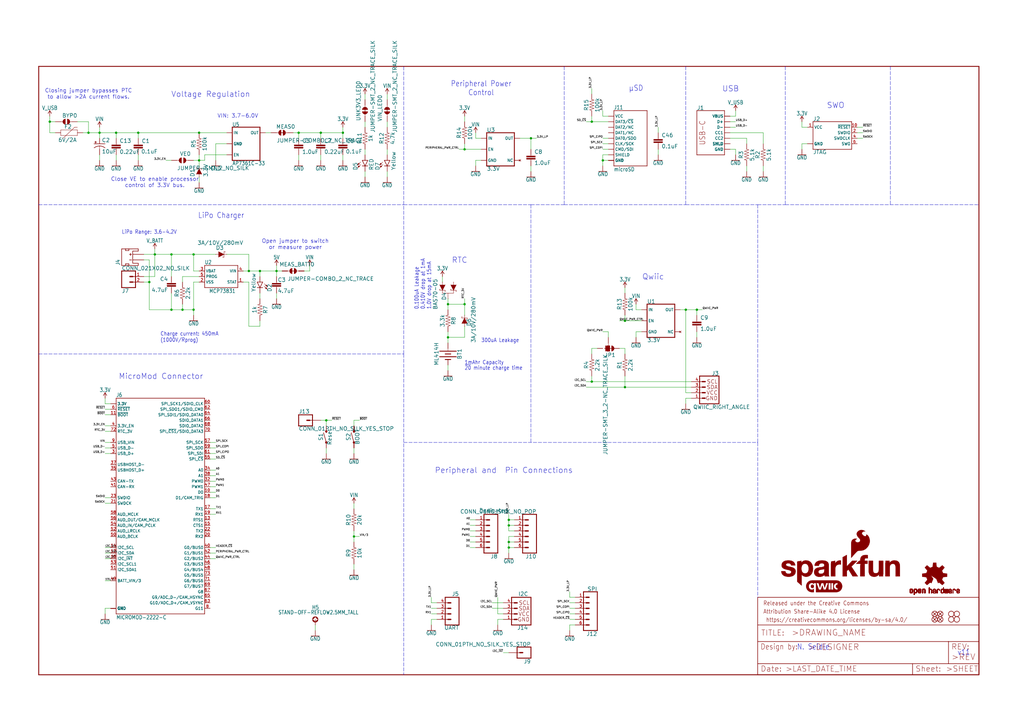
<source format=kicad_sch>
(kicad_sch (version 20211123) (generator eeschema)
  (paper "User" 470.306 329.692)
  (lib_symbols
    (symbol "eagleSchem-eagle-import:0.1UF-0603-25V-(+80{slash}-20%)"
      (property "Reference" "C" (at 1.524 2.921 0))
      (property "Value" "0.1UF-0603-25V-(+80{slash}-20%)" (at 1.524 -2.159 0))
      (symbol "0.1UF-0603-25V-(+80{slash}-20%)_1_0"
        (pin passive line (at 0 5.08 270) (length 2.54) (name "1") (number "1"))
        (pin passive line (at 0 -2.54 90) (length 2.54) (name "2") (number "2"))
      )
    )
    (symbol "eagleSchem-eagle-import:0.22UF-0603-25V-10%"
      (property "Reference" "C" (at 1.524 2.921 0))
      (property "Value" "0.22UF-0603-25V-10%" (at 1.524 -2.159 0))
      (symbol "0.22UF-0603-25V-10%_1_0"
        (pin passive line (at 0 5.08 270) (length 2.54) (name "1") (number "1"))
        (pin passive line (at 0 -2.54 90) (length 2.54) (name "2") (number "2"))
      )
    )
    (symbol "eagleSchem-eagle-import:1.0UF-0603-16V-10%"
      (property "Reference" "C" (at 1.524 2.921 0))
      (property "Value" "1.0UF-0603-16V-10%" (at 1.524 -2.159 0))
      (symbol "1.0UF-0603-16V-10%_1_0"
        (pin passive line (at 0 5.08 270) (length 2.54) (name "1") (number "1"))
        (pin passive line (at 0 -2.54 90) (length 2.54) (name "2") (number "2"))
      )
    )
    (symbol "eagleSchem-eagle-import:100KOHM-0603-1{slash}10W-1%"
      (property "Reference" "R" (at 0 1.524 0))
      (property "Value" "100KOHM-0603-1{slash}10W-1%" (at 0 -1.524 0))
      (symbol "100KOHM-0603-1{slash}10W-1%_1_0"
        (pin passive line (at -5.08 0 0) (length 2.54) (name "1") (number "1"))
        (pin passive line (at 5.08 0 180) (length 2.54) (name "2") (number "2"))
      )
    )
    (symbol "eagleSchem-eagle-import:10KOHM-0603-1{slash}10W-1%"
      (property "Reference" "R" (at 0 1.524 0))
      (property "Value" "10KOHM-0603-1{slash}10W-1%" (at 0 -1.524 0))
      (symbol "10KOHM-0603-1{slash}10W-1%_1_0"
        (pin passive line (at -5.08 0 0) (length 2.54) (name "1") (number "1"))
        (pin passive line (at 5.08 0 180) (length 2.54) (name "2") (number "2"))
      )
    )
    (symbol "eagleSchem-eagle-import:10UF-POLAR-EIA3216-16V-10%(TANT)"
      (property "Reference" "C" (at 1.016 0.635 0))
      (property "Value" "10UF-POLAR-EIA3216-16V-10%(TANT)" (at 1.016 -4.191 0))
      (symbol "10UF-POLAR-EIA3216-16V-10%(TANT)_1_0"
        (pin passive line (at 0 2.54 270) (length 2.54) (name "+") (number "+"))
        (pin passive line (at 0 -5.08 90) (length 2.54) (name "-") (number "-"))
      )
    )
    (symbol "eagleSchem-eagle-import:1KOHM-0603-1{slash}10W-1%"
      (property "Reference" "R" (at 0 1.524 0))
      (property "Value" "1KOHM-0603-1{slash}10W-1%" (at 0 -1.524 0))
      (symbol "1KOHM-0603-1{slash}10W-1%_1_0"
        (pin passive line (at -5.08 0 0) (length 2.54) (name "1") (number "1"))
        (pin passive line (at 5.08 0 180) (length 2.54) (name "2") (number "2"))
      )
    )
    (symbol "eagleSchem-eagle-import:2.2KOHM-0603-1{slash}10W-1%"
      (property "Reference" "R" (at 0 1.524 0))
      (property "Value" "2.2KOHM-0603-1{slash}10W-1%" (at 0 -1.524 0))
      (symbol "2.2KOHM-0603-1{slash}10W-1%_1_0"
        (pin passive line (at -5.08 0 0) (length 2.54) (name "1") (number "1"))
        (pin passive line (at 5.08 0 180) (length 2.54) (name "2") (number "2"))
      )
    )
    (symbol "eagleSchem-eagle-import:20KOHM-0603-1{slash}10W-1%"
      (property "Reference" "R" (at 0 1.524 0))
      (property "Value" "20KOHM-0603-1{slash}10W-1%" (at 0 -1.524 0))
      (symbol "20KOHM-0603-1{slash}10W-1%_1_0"
        (pin passive line (at -5.08 0 0) (length 2.54) (name "1") (number "1"))
        (pin passive line (at 5.08 0 180) (length 2.54) (name "2") (number "2"))
      )
    )
    (symbol "eagleSchem-eagle-import:3.3KOHM-0603-1{slash}10W-1%"
      (property "Reference" "R" (at 0 1.524 0))
      (property "Value" "3.3KOHM-0603-1{slash}10W-1%" (at 0 -1.524 0))
      (symbol "3.3KOHM-0603-1{slash}10W-1%_1_0"
        (pin passive line (at -5.08 0 0) (length 2.54) (name "1") (number "1"))
        (pin passive line (at 5.08 0 180) (length 2.54) (name "2") (number "2"))
      )
    )
    (symbol "eagleSchem-eagle-import:3.3V" (power)
      (property "Value" "3.3V" (at 0 2.794 0))
      (symbol "3.3V_1_0"
        (pin power_in line (at 0 0 90) (length 2.54) (name "3.3V") (number "1"))
      )
    )
    (symbol "eagleSchem-eagle-import:4.7KOHM-0603-1{slash}10W-1%"
      (property "Reference" "R" (at 0 1.524 0))
      (property "Value" "4.7KOHM-0603-1{slash}10W-1%" (at 0 -1.524 0))
      (symbol "4.7KOHM-0603-1{slash}10W-1%_1_0"
        (pin passive line (at -5.08 0 0) (length 2.54) (name "1") (number "1"))
        (pin passive line (at 5.08 0 180) (length 2.54) (name "2") (number "2"))
      )
    )
    (symbol "eagleSchem-eagle-import:4.7UF-0603-35V-(20%)"
      (property "Reference" "C" (at 1.524 2.921 0))
      (property "Value" "4.7UF-0603-35V-(20%)" (at 1.524 -2.159 0))
      (symbol "4.7UF-0603-35V-(20%)_1_0"
        (pin passive line (at 0 5.08 270) (length 2.54) (name "1") (number "1"))
        (pin passive line (at 0 -2.54 90) (length 2.54) (name "2") (number "2"))
      )
    )
    (symbol "eagleSchem-eagle-import:4.7UF-0603-6.3V-(10%)"
      (property "Reference" "C" (at 1.524 2.921 0))
      (property "Value" "4.7UF-0603-6.3V-(10%)" (at 1.524 -2.159 0))
      (symbol "4.7UF-0603-6.3V-(10%)_1_0"
        (pin passive line (at 0 5.08 270) (length 2.54) (name "1") (number "1"))
        (pin passive line (at 0 -2.54 90) (length 2.54) (name "2") (number "2"))
      )
    )
    (symbol "eagleSchem-eagle-import:5.1KOHM5.1KOHM-0603-1{slash}10W-1%"
      (property "Reference" "R" (at 0 1.524 0))
      (property "Value" "5.1KOHM5.1KOHM-0603-1{slash}10W-1%" (at 0 -1.524 0))
      (symbol "5.1KOHM5.1KOHM-0603-1{slash}10W-1%_1_0"
        (pin passive line (at -5.08 0 0) (length 2.54) (name "1") (number "1"))
        (pin passive line (at 5.08 0 180) (length 2.54) (name "2") (number "2"))
      )
    )
    (symbol "eagleSchem-eagle-import:5V" (power)
      (property "Value" "5V" (at 0 2.794 0))
      (symbol "5V_1_0"
        (pin power_in line (at 0 0 90) (length 2.54) (name "5V") (number "1"))
      )
    )
    (symbol "eagleSchem-eagle-import:AP7361C-33FGEUDFN-8"
      (property "Reference" "U" (at -7.62 7.874 0))
      (property "Value" "AP7361C-33FGEUDFN-8" (at -7.62 -7.874 0))
      (symbol "AP7361C-33FGEUDFN-8_1_0"
        (pin output line (at 7.62 5.08 180) (length 2.54) (name "OUT") (number "1"))
        (pin input line (at -10.16 0 0) (length 2.54) (name "GND") (number "4"))
        (pin bidirectional line (at -10.16 -5.08 0) (length 2.54) (name "EN") (number "5"))
        (pin input line (at -10.16 5.08 0) (length 2.54) (name "IN") (number "8"))
        (pin input line (at -10.16 0 0) (length 2.54) (name "GND") (number "EP"))
      )
    )
    (symbol "eagleSchem-eagle-import:CONN_01PTH_NO_SILK_YES_STOP"
      (property "Reference" "J" (at -2.54 3.048 0))
      (property "Value" "CONN_01PTH_NO_SILK_YES_STOP" (at -2.54 -4.826 0))
      (symbol "CONN_01PTH_NO_SILK_YES_STOP_1_0"
        (pin passive line (at 7.62 0 180) (length 5.08) (name "1") (number "1"))
      )
    )
    (symbol "eagleSchem-eagle-import:CONN_021X02_NO_SILK"
      (property "Reference" "J" (at -2.54 5.588 0))
      (property "Value" "CONN_021X02_NO_SILK" (at -2.54 -4.826 0))
      (symbol "CONN_021X02_NO_SILK_1_0"
        (pin passive line (at 7.62 0 180) (length 5.08) (name "1") (number "1"))
        (pin passive line (at 7.62 2.54 180) (length 5.08) (name "2") (number "2"))
      )
    )
    (symbol "eagleSchem-eagle-import:CONN_041X04_NO_SILK"
      (property "Reference" "J" (at -5.08 8.128 0))
      (property "Value" "CONN_041X04_NO_SILK" (at -5.08 -7.366 0))
      (symbol "CONN_041X04_NO_SILK_1_0"
        (pin passive line (at 5.08 -2.54 180) (length 5.08) (name "1") (number "1"))
        (pin passive line (at 5.08 0 180) (length 5.08) (name "2") (number "2"))
        (pin passive line (at 5.08 2.54 180) (length 5.08) (name "3") (number "3"))
        (pin passive line (at 5.08 5.08 180) (length 5.08) (name "4") (number "4"))
      )
    )
    (symbol "eagleSchem-eagle-import:CONN_06NO_SILK_NO_POP"
      (property "Reference" "J" (at -5.08 10.668 0))
      (property "Value" "CONN_06NO_SILK_NO_POP" (at -5.08 -9.906 0))
      (symbol "CONN_06NO_SILK_NO_POP_1_0"
        (pin passive line (at 5.08 -5.08 180) (length 5.08) (name "1") (number "1"))
        (pin passive line (at 5.08 -2.54 180) (length 5.08) (name "2") (number "2"))
        (pin passive line (at 5.08 0 180) (length 5.08) (name "3") (number "3"))
        (pin passive line (at 5.08 2.54 180) (length 5.08) (name "4") (number "4"))
        (pin passive line (at 5.08 5.08 180) (length 5.08) (name "5") (number "5"))
        (pin passive line (at 5.08 7.62 180) (length 5.08) (name "6") (number "6"))
      )
    )
    (symbol "eagleSchem-eagle-import:CORTEX_JTAG_DEBUG_MINIMUM_PTH"
      (property "Reference" "J" (at -10.16 7.874 0))
      (property "Value" "CORTEX_JTAG_DEBUG_MINIMUM_PTH" (at -10.16 -7.366 0))
      (symbol "CORTEX_JTAG_DEBUG_MINIMUM_PTH_1_0"
        (pin bidirectional line (at -12.7 5.08 0) (length 2.54) (name "VCC") (number "1"))
        (pin bidirectional line (at 10.16 5.08 180) (length 2.54) (name "~{RESET}") (number "10"))
        (pin bidirectional line (at 10.16 2.54 180) (length 2.54) (name "SWDIO") (number "2"))
        (pin bidirectional line (at -12.7 -2.54 0) (length 2.54) (name "GND") (number "3"))
        (pin bidirectional line (at 10.16 0 180) (length 2.54) (name "SWDCLK") (number "4"))
        (pin bidirectional line (at -12.7 -2.54 0) (length 2.54) (name "GND") (number "5"))
        (pin bidirectional line (at 10.16 -2.54 180) (length 2.54) (name "SWO") (number "6"))
        (pin bidirectional line (at -12.7 -2.54 0) (length 2.54) (name "GND") (number "9"))
      )
    )
    (symbol "eagleSchem-eagle-import:DIODE-SCHOTTKY-BAT60A"
      (property "Reference" "D" (at -2.54 2.032 0))
      (property "Value" "DIODE-SCHOTTKY-BAT60A" (at -2.54 -2.032 0))
      (symbol "DIODE-SCHOTTKY-BAT60A_1_0"
        (pin passive line (at -2.54 0 0) (length 0) (name "A") (number "A"))
        (pin passive line (at 2.54 0 180) (length 0) (name "C") (number "C"))
      )
    )
    (symbol "eagleSchem-eagle-import:DIODE-SCHOTTKY-DUAL"
      (property "Reference" "D" (at -2.54 4.572 0))
      (property "Value" "DIODE-SCHOTTKY-DUAL" (at -2.54 -4.572 0))
      (symbol "DIODE-SCHOTTKY-DUAL_1_0"
        (pin passive line (at -2.54 2.54 0) (length 0) (name "A") (number "1"))
        (pin passive line (at -2.54 -2.54 0) (length 0) (name "A1") (number "2"))
        (pin passive line (at 5.08 0 180) (length 0) (name "C") (number "3"))
      )
    )
    (symbol "eagleSchem-eagle-import:DIODE-ZENER-MM3Z3V3T1G"
      (property "Reference" "D" (at -2.54 2.032 0))
      (property "Value" "DIODE-ZENER-MM3Z3V3T1G" (at -2.54 -2.032 0))
      (symbol "DIODE-ZENER-MM3Z3V3T1G_1_0"
        (pin passive line (at -2.54 0 0) (length 0) (name "A") (number "A"))
        (pin passive line (at 2.54 0 180) (length 0) (name "C") (number "C"))
      )
    )
    (symbol "eagleSchem-eagle-import:FIDUCIALUFIDUCIAL")
    (symbol "eagleSchem-eagle-import:FRAME-LEDGER"
      (symbol "FRAME-LEDGER_2_0"
        (text " https://creativecommons.org/licenses/by-sa/4.0/" (at 2.54 24.13 0) (effects (font (size 1.9304 1.6408)) (justify left bottom)))
        (text ">DESIGNER" (at 23.114 11.176 0) (effects (font (size 2.7432 2.7432)) (justify left bottom)))
        (text ">DRAWING_NAME" (at 15.494 17.78 0) (effects (font (size 2.7432 2.7432)) (justify left bottom)))
        (text ">LAST_DATE_TIME" (at 12.7 1.27 0) (effects (font (size 2.54 2.54)) (justify left bottom)))
        (text ">REV" (at 88.9 6.604 0) (effects (font (size 2.7432 2.7432)) (justify left bottom)))
        (text ">SHEET" (at 86.36 1.27 0) (effects (font (size 2.54 2.54)) (justify left bottom)))
        (text "Attribution Share-Alike 4.0 License" (at 2.54 27.94 0) (effects (font (size 1.9304 1.6408)) (justify left bottom)))
        (text "Date:" (at 1.27 1.27 0) (effects (font (size 2.54 2.54)) (justify left bottom)))
        (text "Design by:" (at 1.27 11.43 0) (effects (font (size 2.54 2.159)) (justify left bottom)))
        (text "Released under the Creative Commons" (at 2.54 31.75 0) (effects (font (size 1.9304 1.6408)) (justify left bottom)))
        (text "REV:" (at 88.9 11.43 0) (effects (font (size 2.54 2.54)) (justify left bottom)))
        (text "Sheet:" (at 72.39 1.27 0) (effects (font (size 2.54 2.54)) (justify left bottom)))
        (text "TITLE:" (at 1.524 17.78 0) (effects (font (size 2.54 2.54)) (justify left bottom)))
      )
    )
    (symbol "eagleSchem-eagle-import:GND" (power)
      (property "Value" "GND" (at 0 -0.254 0))
      (symbol "GND_1_0"
        (pin power_in line (at 0 2.54 270) (length 2.54) (name "GND") (number "1"))
      )
    )
    (symbol "eagleSchem-eagle-import:I2C_STANDARD_NO_SILK"
      (property "Reference" "J" (at -5.08 7.874 0))
      (property "Value" "I2C_STANDARD_NO_SILK" (at -5.08 -5.334 0))
      (symbol "I2C_STANDARD_NO_SILK_1_0"
        (text "GND" (at -4.572 -2.54 0) (effects (font (size 1.778 1.778)) (justify left)))
        (text "SCL" (at -4.572 5.08 0) (effects (font (size 1.778 1.778)) (justify left)))
        (text "SDA" (at -4.572 2.54 0) (effects (font (size 1.778 1.778)) (justify left)))
        (text "VCC" (at -4.572 0 0) (effects (font (size 1.778 1.778)) (justify left)))
        (pin power_in line (at 7.62 -2.54 180) (length 5.08) (name "1") (number "1"))
        (pin power_in line (at 7.62 0 180) (length 5.08) (name "2") (number "2"))
        (pin passive line (at 7.62 2.54 180) (length 5.08) (name "3") (number "3"))
        (pin passive line (at 7.62 5.08 180) (length 5.08) (name "4") (number "4"))
      )
    )
    (symbol "eagleSchem-eagle-import:JST_2MM_MALE"
      (property "Reference" "J" (at -2.54 5.842 0))
      (symbol "JST_2MM_MALE_1_0"
        (pin bidirectional line (at 0 -5.08 90) (length 5.08) (name "-") (number "1"))
        (pin bidirectional line (at 2.54 -5.08 90) (length 5.08) (name "+") (number "2"))
        (pin bidirectional line (at -2.54 2.54 90) (length 0) (name "PAD1") (number "NC1"))
        (pin bidirectional line (at 5.08 2.54 90) (length 0) (name "PAD2") (number "NC2"))
      )
    )
    (symbol "eagleSchem-eagle-import:JUMPER-COMBO_2_NC_TRACE"
      (property "Reference" "JP" (at -2.54 2.54 0))
      (property "Value" "JUMPER-COMBO_2_NC_TRACE" (at -2.54 -2.54 0))
      (symbol "JUMPER-COMBO_2_NC_TRACE_1_0"
        (pin passive line (at -5.08 0 0) (length 2.54) (name "1") (number "1"))
        (pin passive line (at 5.08 0 180) (length 2.54) (name "2") (number "2"))
        (pin passive line (at -5.08 0 0) (length 2.54) (name "1") (number "3"))
        (pin passive line (at 5.08 0 180) (length 2.54) (name "2") (number "4"))
      )
    )
    (symbol "eagleSchem-eagle-import:JUMPER-SMT_2_NC_TRACE_SILK"
      (property "Reference" "JP" (at -2.54 2.54 0))
      (property "Value" "JUMPER-SMT_2_NC_TRACE_SILK" (at -2.54 -2.54 0))
      (symbol "JUMPER-SMT_2_NC_TRACE_SILK_1_0"
        (pin passive line (at -5.08 0 0) (length 2.54) (name "1") (number "1"))
        (pin passive line (at 5.08 0 180) (length 2.54) (name "2") (number "2"))
      )
    )
    (symbol "eagleSchem-eagle-import:JUMPER-SMT_2_NO_SILK"
      (property "Reference" "JP" (at -2.54 2.54 0))
      (property "Value" "JUMPER-SMT_2_NO_SILK" (at -2.54 -2.54 0))
      (symbol "JUMPER-SMT_2_NO_SILK_1_0"
        (pin passive line (at -5.08 0 0) (length 2.54) (name "1") (number "1"))
        (pin passive line (at 5.08 0 180) (length 2.54) (name "2") (number "2"))
      )
    )
    (symbol "eagleSchem-eagle-import:JUMPER-SMT_3_2-NC_TRACE_SILK"
      (property "Reference" "JP" (at 2.54 0.381 0))
      (property "Value" "JUMPER-SMT_3_2-NC_TRACE_SILK" (at 2.54 -0.381 0))
      (symbol "JUMPER-SMT_3_2-NC_TRACE_SILK_1_0"
        (pin passive line (at 0 5.08 270) (length 2.54) (name "1") (number "1"))
        (pin passive line (at -5.08 0 0) (length 2.54) (name "2") (number "2"))
        (pin passive line (at 0 -5.08 90) (length 2.54) (name "3") (number "3"))
      )
    )
    (symbol "eagleSchem-eagle-import:LED-RED0603"
      (property "Reference" "D" (at -3.429 -4.572 90))
      (property "Value" "LED-RED0603" (at 1.905 -4.572 90))
      (symbol "LED-RED0603_1_0"
        (pin passive line (at 0 2.54 270) (length 2.54) (name "A") (number "A"))
        (pin passive line (at 0 -5.08 90) (length 2.54) (name "C") (number "C"))
      )
    )
    (symbol "eagleSchem-eagle-import:LED-YELLOW0603"
      (property "Reference" "D" (at -3.429 -4.572 90))
      (property "Value" "LED-YELLOW0603" (at 1.905 -4.572 90))
      (symbol "LED-YELLOW0603_1_0"
        (pin passive line (at 0 2.54 270) (length 2.54) (name "A") (number "A"))
        (pin passive line (at 0 -5.08 90) (length 2.54) (name "C") (number "C"))
      )
    )
    (symbol "eagleSchem-eagle-import:MCP73831"
      (property "Reference" "U" (at -7.62 5.588 0))
      (property "Value" "MCP73831" (at -7.62 -7.62 0))
      (symbol "MCP73831_1_0"
        (pin output line (at -10.16 -2.54 0) (length 2.54) (name "STAT") (number "1"))
        (pin power_in line (at 10.16 -2.54 180) (length 2.54) (name "VSS") (number "2"))
        (pin power_in line (at 10.16 2.54 180) (length 2.54) (name "VBAT") (number "3"))
        (pin power_in line (at -10.16 2.54 0) (length 2.54) (name "VIN") (number "4"))
        (pin input line (at 10.16 0 180) (length 2.54) (name "PROG") (number "5"))
      )
    )
    (symbol "eagleSchem-eagle-import:MICRO-SD-SDIOPUSH-PUSH"
      (property "Reference" "J" (at -5.08 13.208 0))
      (property "Value" "MICRO-SD-SDIOPUSH-PUSH" (at -5.08 -15.24 0))
      (symbol "MICRO-SD-SDIOPUSH-PUSH_1_0"
        (pin bidirectional line (at -7.62 -7.62 0) (length 2.54) (name "SHIELD") (number "CD1"))
        (pin bidirectional line (at -7.62 7.62 0) (length 2.54) (name "DAT3/~{CS}") (number "CS/DAT3"))
        (pin bidirectional line (at -7.62 2.54 0) (length 2.54) (name "DAT1/NC") (number "DAT1"))
        (pin bidirectional line (at -7.62 5.08 0) (length 2.54) (name "DAT2/NC") (number "DAT2"))
        (pin bidirectional line (at -7.62 -5.08 0) (length 2.54) (name "CMD/SDI") (number "DI/CMD"))
        (pin bidirectional line (at -7.62 0 0) (length 2.54) (name "DAT0/SDO") (number "DO/DAT0"))
        (pin bidirectional line (at -7.62 -10.16 0) (length 2.54) (name "GND") (number "GND"))
        (pin bidirectional line (at -7.62 -10.16 0) (length 2.54) (name "GND") (number "GND1"))
        (pin bidirectional line (at -7.62 -10.16 0) (length 2.54) (name "GND") (number "GND3"))
        (pin bidirectional line (at -7.62 -2.54 0) (length 2.54) (name "CLK/SCK") (number "SCLK"))
        (pin bidirectional line (at -7.62 10.16 0) (length 2.54) (name "VCC") (number "VCC"))
      )
    )
    (symbol "eagleSchem-eagle-import:MICROMOD-2222-C"
      (property "Reference" "J" (at -20.32 53.848 0))
      (property "Value" "MICROMOD-2222-C" (at -20.32 -48.26 0))
      (symbol "MICROMOD-2222-C_1_0"
        (pin bidirectional line (at -22.86 -43.18 0) (length 2.54) (name "GND") (number "1"))
        (pin bidirectional line (at 22.86 10.16 180) (length 2.54) (name "D0") (number "10"))
        (pin bidirectional line (at -22.86 45.72 0) (length 2.54) (name "~{BOOT}") (number "11"))
        (pin bidirectional line (at -22.86 -17.78 0) (length 2.54) (name "I2C_SDA") (number "12"))
        (pin bidirectional line (at 22.86 -2.54 180) (length 2.54) (name "RTS1") (number "13"))
        (pin bidirectional line (at -22.86 -15.24 0) (length 2.54) (name "I2C_SCL") (number "14"))
        (pin bidirectional line (at 22.86 -5.08 180) (length 2.54) (name "CTS1") (number "15"))
        (pin bidirectional line (at -22.86 -20.32 0) (length 2.54) (name "I2C_~{INT}") (number "16"))
        (pin bidirectional line (at 22.86 2.54 180) (length 2.54) (name "TX1") (number "17"))
        (pin bidirectional line (at 22.86 7.62 180) (length 2.54) (name "D1/CAM_TRIG") (number "18"))
        (pin bidirectional line (at 22.86 0 180) (length 2.54) (name "RX1") (number "19"))
        (pin bidirectional line (at -22.86 50.8 0) (length 2.54) (name "3.3V") (number "2"))
        (pin bidirectional line (at 22.86 -10.16 180) (length 2.54) (name "RX2") (number "20"))
        (pin bidirectional line (at -22.86 5.08 0) (length 2.54) (name "SWDCK") (number "21"))
        (pin bidirectional line (at 22.86 -7.62 180) (length 2.54) (name "TX2") (number "22"))
        (pin bidirectional line (at -22.86 7.62 0) (length 2.54) (name "SWDIO") (number "23"))
        (pin bidirectional line (at -22.86 27.94 0) (length 2.54) (name "USB_D+") (number "3"))
        (pin bidirectional line (at 22.86 15.24 180) (length 2.54) (name "PWM0") (number "32"))
        (pin bidirectional line (at -22.86 -43.18 0) (length 2.54) (name "GND") (number "33"))
        (pin bidirectional line (at 22.86 20.32 180) (length 2.54) (name "A0") (number "34"))
        (pin bidirectional line (at -22.86 20.32 0) (length 2.54) (name "USBHOST_D+") (number "35"))
        (pin bidirectional line (at -22.86 -43.18 0) (length 2.54) (name "GND") (number "36"))
        (pin bidirectional line (at -22.86 22.86 0) (length 2.54) (name "USBHOST_D-") (number "37"))
        (pin bidirectional line (at 22.86 17.78 180) (length 2.54) (name "A1") (number "38"))
        (pin bidirectional line (at -22.86 -43.18 0) (length 2.54) (name "GND") (number "39"))
        (pin bidirectional line (at -22.86 40.64 0) (length 2.54) (name "3.3V_EN") (number "4"))
        (pin bidirectional line (at 22.86 -15.24 180) (length 2.54) (name "G0/BUS0") (number "40"))
        (pin bidirectional line (at -22.86 12.7 0) (length 2.54) (name "CAN-RX") (number "41"))
        (pin bidirectional line (at 22.86 -17.78 180) (length 2.54) (name "G1/BUS1") (number "42"))
        (pin bidirectional line (at -22.86 15.24 0) (length 2.54) (name "CAN-TX") (number "43"))
        (pin bidirectional line (at 22.86 -20.32 180) (length 2.54) (name "G2/BUS2") (number "44"))
        (pin bidirectional line (at -22.86 -43.18 0) (length 2.54) (name "GND") (number "45"))
        (pin bidirectional line (at 22.86 -22.86 180) (length 2.54) (name "G3/BUS3") (number "46"))
        (pin bidirectional line (at 22.86 12.7 180) (length 2.54) (name "PWM1") (number "47"))
        (pin bidirectional line (at 22.86 -25.4 180) (length 2.54) (name "G4/BUS4") (number "48"))
        (pin bidirectional line (at -22.86 -30.48 0) (length 2.54) (name "BATT_VIN/3") (number "49"))
        (pin bidirectional line (at -22.86 30.48 0) (length 2.54) (name "USB_D-") (number "5"))
        (pin bidirectional line (at -22.86 -10.16 0) (length 2.54) (name "AUD_BCLK") (number "50"))
        (pin bidirectional line (at -22.86 -25.4 0) (length 2.54) (name "I2C_SDA1") (number "51"))
        (pin bidirectional line (at -22.86 -7.62 0) (length 2.54) (name "AUD_LRCLK") (number "52"))
        (pin bidirectional line (at -22.86 -22.86 0) (length 2.54) (name "I2C_SCL1") (number "53"))
        (pin bidirectional line (at -22.86 -5.08 0) (length 2.54) (name "AUD_IN/CAM_PCLK") (number "54"))
        (pin bidirectional line (at 22.86 25.4 180) (length 2.54) (name "SPI_~{CS}") (number "55"))
        (pin bidirectional line (at -22.86 -2.54 0) (length 2.54) (name "AUD_OUT/CAM_MCLK") (number "56"))
        (pin bidirectional line (at 22.86 33.02 180) (length 2.54) (name "SPI_SCK") (number "57"))
        (pin bidirectional line (at -22.86 0 0) (length 2.54) (name "AUD_MCLK") (number "58"))
        (pin bidirectional line (at 22.86 30.48 180) (length 2.54) (name "SPI_SDO") (number "59"))
        (pin bidirectional line (at -22.86 48.26 0) (length 2.54) (name "~{RESET}") (number "6"))
        (pin bidirectional line (at 22.86 50.8 180) (length 2.54) (name "SPI_SCK1/SDIO_CLK") (number "60"))
        (pin bidirectional line (at 22.86 27.94 180) (length 2.54) (name "SPI_SDI") (number "61"))
        (pin bidirectional line (at 22.86 48.26 180) (length 2.54) (name "SPI_SDO1/SDIO_CMD") (number "62"))
        (pin bidirectional line (at 22.86 -40.64 180) (length 2.54) (name "G10/ADC_D+/CAM_VSYNC") (number "63"))
        (pin bidirectional line (at 22.86 45.72 180) (length 2.54) (name "SPI_SDI1/SDIO_DATA0") (number "64"))
        (pin bidirectional line (at 22.86 -38.1 180) (length 2.54) (name "G9/ADC_D-/CAM_HSYNC") (number "65"))
        (pin bidirectional line (at 22.86 43.18 180) (length 2.54) (name "SDIO_DATA1") (number "66"))
        (pin bidirectional line (at 22.86 -35.56 180) (length 2.54) (name "G8") (number "67"))
        (pin bidirectional line (at 22.86 40.64 180) (length 2.54) (name "SDIO_DATA2") (number "68"))
        (pin bidirectional line (at 22.86 -33.02 180) (length 2.54) (name "G7/BUS7") (number "69"))
        (pin bidirectional line (at -22.86 -43.18 0) (length 2.54) (name "GND") (number "7"))
        (pin bidirectional line (at 22.86 38.1 180) (length 2.54) (name "SPI_~{CS1}/SDIO_DATA3") (number "70"))
        (pin bidirectional line (at 22.86 -30.48 180) (length 2.54) (name "G6/BUS6") (number "71"))
        (pin bidirectional line (at -22.86 38.1 0) (length 2.54) (name "RTC_3V") (number "72"))
        (pin bidirectional line (at 22.86 -27.94 180) (length 2.54) (name "G5/BUS5") (number "73"))
        (pin bidirectional line (at -22.86 50.8 0) (length 2.54) (name "3.3V") (number "74"))
        (pin bidirectional line (at -22.86 -43.18 0) (length 2.54) (name "GND") (number "75"))
        (pin bidirectional line (at 22.86 -43.18 180) (length 2.54) (name "G11") (number "8"))
        (pin bidirectional line (at -22.86 33.02 0) (length 2.54) (name "USB_VIN") (number "9"))
      )
    )
    (symbol "eagleSchem-eagle-import:ML414H_IV01E_BATTERY"
      (property "Reference" "BT" (at 0 4.318 0))
      (property "Value" "ML414H_IV01E_BATTERY" (at 0 -4.318 0))
      (symbol "ML414H_IV01E_BATTERY_1_0"
        (pin power_in line (at -5.08 0 0) (length 2.54) (name "+") (number "+"))
        (pin power_in line (at 5.08 0 180) (length 2.54) (name "-") (number "-"))
      )
    )
    (symbol "eagleSchem-eagle-import:MOMENTARY-SWITCH-SPST-SMD-5.2-TALL-REDUNDANT"
      (property "Reference" "S" (at 0 1.524 0))
      (property "Value" "MOMENTARY-SWITCH-SPST-SMD-5.2-TALL-REDUNDANT" (at 0 -0.508 0))
      (symbol "MOMENTARY-SWITCH-SPST-SMD-5.2-TALL-REDUNDANT_1_0"
        (pin passive line (at -5.08 0 0) (length 2.54) (name "1") (number "1"))
        (pin passive line (at -5.08 0 0) (length 2.54) (name "1") (number "2"))
        (pin passive line (at 5.08 0 180) (length 2.54) (name "2") (number "3"))
        (pin passive line (at 5.08 0 180) (length 2.54) (name "2") (number "4"))
      )
    )
    (symbol "eagleSchem-eagle-import:OSHW-LOGOMINI")
    (symbol "eagleSchem-eagle-import:PPTC_6V2A"
      (property "Reference" "F" (at 1.905 3.175 0))
      (property "Value" "PPTC_6V2A" (at 1.27 -2.794 0))
      (symbol "PPTC_6V2A_1_0"
        (pin bidirectional line (at -5.08 0 0) (length 2.54) (name "1") (number "1"))
        (pin bidirectional line (at 7.62 0 180) (length 2.54) (name "2") (number "2"))
      )
    )
    (symbol "eagleSchem-eagle-import:QWIIC_CONNECTORJS-1MM"
      (property "Reference" "J" (at -5.08 7.874 0))
      (property "Value" "QWIIC_CONNECTORJS-1MM" (at -5.08 -5.334 0))
      (symbol "QWIIC_CONNECTORJS-1MM_1_0"
        (text "GND" (at -4.572 -2.54 0) (effects (font (size 1.778 1.778)) (justify left)))
        (text "SCL" (at -4.572 5.08 0) (effects (font (size 1.778 1.778)) (justify left)))
        (text "SDA" (at -4.572 2.54 0) (effects (font (size 1.778 1.778)) (justify left)))
        (text "VCC" (at -4.572 0 0) (effects (font (size 1.778 1.778)) (justify left)))
        (pin power_in line (at 7.62 -2.54 180) (length 5.08) (name "1") (number "1"))
        (pin power_in line (at 7.62 0 180) (length 5.08) (name "2") (number "2"))
        (pin passive line (at 7.62 2.54 180) (length 5.08) (name "3") (number "3"))
        (pin passive line (at 7.62 5.08 180) (length 5.08) (name "4") (number "4"))
      )
    )
    (symbol "eagleSchem-eagle-import:QWIIC_LOGO_CONNECTOR")
    (symbol "eagleSchem-eagle-import:SFE_LOGO_NAME_FLAME.1_INCH")
    (symbol "eagleSchem-eagle-import:STAND-OFF")
    (symbol "eagleSchem-eagle-import:STAND-OFF-REFLOW2.5MM_TALL"
      (property "Reference" "H" (at -2.54 2.54 0))
      (property "Value" "STAND-OFF-REFLOW2.5MM_TALL" (at 2.54 0 0))
      (symbol "STAND-OFF-REFLOW2.5MM_TALL_1_0"
        (pin bidirectional line (at 0 -2.54 90) (length 2.54) (name "1") (number "1"))
      )
    )
    (symbol "eagleSchem-eagle-import:USB_C_2-LAYER_PADS"
      (property "Reference" "J" (at -2.54 10.414 0))
      (property "Value" "USB_C_2-LAYER_PADS" (at -2.54 -12.446 0))
      (symbol "USB_C_2-LAYER_PADS_1_0"
        (text "USB-C" (at 0 0 900) (effects (font (size 2.54 2.159))))
        (pin bidirectional line (at 12.7 0 180) (length 2.54) (name "CC1") (number "A5"))
        (pin bidirectional line (at 12.7 5.08 180) (length 2.54) (name "D+") (number "A6"))
        (pin bidirectional line (at 12.7 2.54 180) (length 2.54) (name "D-") (number "A7"))
        (pin bidirectional line (at 12.7 -2.54 180) (length 2.54) (name "CC2") (number "B5"))
        (pin bidirectional line (at 12.7 5.08 180) (length 2.54) (name "D+") (number "B6"))
        (pin bidirectional line (at 12.7 2.54 180) (length 2.54) (name "D-") (number "B7"))
        (pin bidirectional line (at 12.7 -7.62 180) (length 2.54) (name "GND") (number "GND"))
        (pin bidirectional line (at 12.7 -7.62 180) (length 2.54) (name "GND") (number "GND2"))
        (pin bidirectional line (at 12.7 -5.08 180) (length 2.54) (name "SHLD") (number "SHLD1"))
        (pin bidirectional line (at 12.7 -5.08 180) (length 2.54) (name "SHLD") (number "SHLD2"))
        (pin bidirectional line (at 12.7 -5.08 180) (length 2.54) (name "SHLD") (number "SHLD3"))
        (pin bidirectional line (at 12.7 -5.08 180) (length 2.54) (name "SHLD") (number "SHLD4"))
        (pin bidirectional line (at 12.7 7.62 180) (length 2.54) (name "VBUS") (number "VBUS1"))
        (pin bidirectional line (at 12.7 7.62 180) (length 2.54) (name "VBUS") (number "VBUS2"))
      )
    )
    (symbol "eagleSchem-eagle-import:VIN" (power)
      (property "Value" "VIN" (at 0 2.794 0))
      (symbol "VIN_1_0"
        (pin power_in line (at 0 0 90) (length 2.54) (name "VIN") (number "1"))
      )
    )
    (symbol "eagleSchem-eagle-import:V_BATT" (power)
      (property "Value" "V_BATT" (at 0 2.794 0))
      (symbol "V_BATT_1_0"
        (pin power_in line (at 0 0 90) (length 2.54) (name "V_BATT") (number "1"))
      )
    )
    (symbol "eagleSchem-eagle-import:V_REG_AP2112K-3.3V"
      (property "Reference" "U" (at -7.62 7.874 0))
      (property "Value" "V_REG_AP2112K-3.3V" (at -7.62 -7.874 0))
      (symbol "V_REG_AP2112K-3.3V_1_0"
        (pin input line (at -10.16 5.08 0) (length 2.54) (name "IN") (number "1"))
        (pin input line (at -10.16 -5.08 0) (length 2.54) (name "GND") (number "2"))
        (pin input line (at -10.16 0 0) (length 2.54) (name "EN") (number "3"))
        (pin no_connect line (at 7.62 -5.08 180) (length 2.54) (name "NC") (number "4"))
        (pin passive line (at 7.62 5.08 180) (length 2.54) (name "OUT") (number "5"))
      )
    )
    (symbol "eagleSchem-eagle-import:V_USB" (power)
      (property "Value" "V_USB" (at 0 2.794 0))
      (symbol "V_USB_1_0"
        (pin power_in line (at 0 0 90) (length 2.54) (name "V_USB") (number "1"))
      )
    )
  )
  (junction (at 40.64 60.96))
  (junction (at 205.74 154.94))
  (junction (at 149.86 193.04))
  (junction (at 63.5 60.96))
  (junction (at 233.68 238.76))
  (junction (at 22.86 55.88))
  (junction (at 287.02 177.8))
  (junction (at 205.74 139.7))
  (junction (at 88.9 142.24))
  (junction (at 233.68 251.46))
  (junction (at 91.44 73.66))
  (junction (at 91.44 60.96))
  (junction (at 271.78 175.26))
  (junction (at 78.74 116.84))
  (junction (at 127 124.46))
  (junction (at 320.04 142.24))
  (junction (at 114.3 124.46))
  (junction (at 45.72 60.96))
  (junction (at 314.96 142.24))
  (junction (at 137.16 60.96))
  (junction (at 271.78 55.88))
  (junction (at 147.32 60.96))
  (junction (at 157.48 60.96))
  (junction (at 243.84 63.5))
  (junction (at 119.38 124.46))
  (junction (at 53.34 60.96))
  (junction (at 83.82 142.24))
  (junction (at 233.68 241.3))
  (junction (at 68.58 129.54))
  (junction (at 71.12 116.84))
  (junction (at 78.74 142.24))
  (junction (at 276.86 73.66))
  (junction (at 213.36 139.7))
  (junction (at 162.56 246.38))
  (junction (at 287.02 147.32))
  (junction (at 88.9 116.84))
  (junction (at 213.36 68.58))
  (junction (at 233.68 248.92))
  (wire (pts (xy 205.74 152.4) (xy 205.74 154.94)))
  (wire (pts (xy 294.64 147.32) (xy 287.02 147.32)))
  (wire (pts (xy 104.14 66.04) (xy 99.06 66.04)))
  (wire (pts (xy 157.48 60.96) (xy 157.48 63.5)))
  (wire (pts (xy 200.66 284.48) (xy 198.12 284.48)))
  (wire (pts (xy 393.7 60.96) (xy 396.24 60.96)))
  (wire (pts (xy 50.8 279.4) (xy 48.26 279.4)))
  (wire (pts (xy 236.22 248.92) (xy 233.68 248.92)))
  (wire (pts (xy 68.58 119.38) (xy 68.58 129.54)))
  (wire (pts (xy 302.26 71.12) (xy 302.26 68.58)))
  (wire (pts (xy 147.32 73.66) (xy 147.32 71.12)))
  (wire (pts (xy 203.2 127) (xy 203.2 129.54)))
  (wire (pts (xy 302.26 60.96) (xy 302.26 58.42)))
  (wire (pts (xy 78.74 142.24) (xy 83.82 142.24)))
  (wire (pts (xy 50.8 205.74) (xy 48.26 205.74)))
  (wire (pts (xy 152.4 193.04) (xy 149.86 193.04)))
  (wire (pts (xy 287.02 160.02) (xy 287.02 162.56)))
  (wire (pts (xy 177.8 81.28) (xy 177.8 78.74)))
  (wire (pts (xy 111.76 129.54) (xy 114.3 129.54)))
  (wire (pts (xy 243.84 68.58) (xy 243.84 63.5)))
  (wire (pts (xy 370.84 66.04) (xy 368.3 66.04)))
  (wire (pts (xy 233.68 299.72) (xy 231.14 299.72)))
  (wire (pts (xy 45.72 58.42) (xy 45.72 60.96)))
  (wire (pts (xy 335.28 58.42) (xy 337.82 58.42)))
  (wire (pts (xy 96.52 203.2) (xy 99.06 203.2)))
  (wire (pts (xy 63.5 60.96) (xy 53.34 60.96)))
  (wire (pts (xy 370.84 58.42) (xy 368.3 58.42)))
  (wire (pts (xy 127 137.16) (xy 127 134.62)))
  (wire (pts (xy 231.14 279.4) (xy 226.06 279.4)))
  (wire (pts (xy 213.36 144.78) (xy 213.36 139.7)))
  (wire (pts (xy 231.14 276.86) (xy 226.06 276.86)))
  (wire (pts (xy 142.24 124.46) (xy 142.24 121.92)))
  (wire (pts (xy 213.36 68.58) (xy 210.82 68.58)))
  (wire (pts (xy 276.86 71.12) (xy 276.86 73.66)))
  (wire (pts (xy 91.44 129.54) (xy 88.9 129.54)))
  (wire (pts (xy 22.86 55.88) (xy 22.86 60.96)))
  (wire (pts (xy 337.82 53.34) (xy 337.82 50.8)))
  (wire (pts (xy 50.8 256.54) (xy 48.26 256.54)))
  (wire (pts (xy 137.16 60.96) (xy 147.32 60.96)))
  (wire (pts (xy 162.56 259.08) (xy 162.56 261.62)))
  (polyline (pts (xy 347.98 93.98) (xy 360.68 93.98)))
  (wire (pts (xy 68.58 129.54) (xy 68.58 142.24)))
  (wire (pts (xy 238.76 63.5) (xy 243.84 63.5)))
  (wire (pts (xy 205.74 137.16) (xy 205.74 139.7)))
  (wire (pts (xy 50.8 185.42) (xy 48.26 185.42)))
  (wire (pts (xy 83.82 142.24) (xy 88.9 142.24)))
  (wire (pts (xy 205.74 139.7) (xy 205.74 142.24)))
  (wire (pts (xy 114.3 124.46) (xy 111.76 124.46)))
  (wire (pts (xy 104.14 60.96) (xy 91.44 60.96)))
  (wire (pts (xy 96.52 236.22) (xy 99.06 236.22)))
  (wire (pts (xy 78.74 73.66) (xy 76.2 73.66)))
  (wire (pts (xy 205.74 154.94) (xy 213.36 154.94)))
  (wire (pts (xy 335.28 63.5) (xy 342.9 63.5)))
  (wire (pts (xy 162.56 246.38) (xy 165.1 246.38)))
  (wire (pts (xy 287.02 144.78) (xy 287.02 147.32)))
  (wire (pts (xy 50.8 198.12) (xy 48.26 198.12)))
  (polyline (pts (xy 347.98 93.98) (xy 347.98 203.2)))
  (wire (pts (xy 264.16 276.86) (xy 261.62 276.86)))
  (wire (pts (xy 292.1 142.24) (xy 292.1 139.7)))
  (wire (pts (xy 63.5 63.5) (xy 63.5 60.96)))
  (wire (pts (xy 218.44 251.46) (xy 215.9 251.46)))
  (wire (pts (xy 96.52 208.28) (xy 99.06 208.28)))
  (wire (pts (xy 96.52 251.46) (xy 99.06 251.46)))
  (wire (pts (xy 149.86 193.04) (xy 147.32 193.04)))
  (wire (pts (xy 137.16 73.66) (xy 137.16 71.12)))
  (wire (pts (xy 220.98 63.5) (xy 218.44 63.5)))
  (wire (pts (xy 71.12 116.84) (xy 78.74 116.84)))
  (wire (pts (xy 157.48 73.66) (xy 157.48 71.12)))
  (wire (pts (xy 53.34 73.66) (xy 53.34 71.12)))
  (wire (pts (xy 271.78 162.56) (xy 271.78 160.02)))
  (wire (pts (xy 279.4 71.12) (xy 276.86 71.12)))
  (polyline (pts (xy 185.42 93.98) (xy 185.42 30.48)))
  (wire (pts (xy 91.44 73.66) (xy 93.98 73.66)))
  (wire (pts (xy 342.9 78.74) (xy 342.9 76.2)))
  (wire (pts (xy 287.02 147.32) (xy 284.48 147.32)))
  (wire (pts (xy 124.46 60.96) (xy 121.92 60.96)))
  (wire (pts (xy 137.16 63.5) (xy 137.16 60.96)))
  (wire (pts (xy 279.4 55.88) (xy 271.78 55.88)))
  (wire (pts (xy 119.38 127) (xy 119.38 124.46)))
  (wire (pts (xy 233.68 246.38) (xy 233.68 248.92)))
  (wire (pts (xy 83.82 139.7) (xy 83.82 142.24)))
  (wire (pts (xy 96.52 218.44) (xy 99.06 218.44)))
  (wire (pts (xy 93.98 73.66) (xy 93.98 71.12)))
  (wire (pts (xy 236.22 243.84) (xy 233.68 243.84)))
  (wire (pts (xy 91.44 83.82) (xy 91.44 81.28)))
  (polyline (pts (xy 259.08 93.98) (xy 314.96 93.98)))
  (wire (pts (xy 114.3 124.46) (xy 119.38 124.46)))
  (wire (pts (xy 317.5 182.88) (xy 314.96 182.88)))
  (wire (pts (xy 177.8 58.42) (xy 177.8 55.88)))
  (wire (pts (xy 127 124.46) (xy 127 127)))
  (wire (pts (xy 271.78 172.72) (xy 271.78 175.26)))
  (wire (pts (xy 25.4 55.88) (xy 22.86 55.88)))
  (wire (pts (xy 261.62 274.32) (xy 261.62 271.78)))
  (wire (pts (xy 276.86 50.8) (xy 276.86 53.34)))
  (wire (pts (xy 35.56 55.88) (xy 40.64 55.88)))
  (wire (pts (xy 292.1 152.4) (xy 292.1 154.94)))
  (wire (pts (xy 147.32 60.96) (xy 157.48 60.96)))
  (wire (pts (xy 78.74 134.62) (xy 78.74 142.24)))
  (wire (pts (xy 314.96 182.88) (xy 314.96 185.42)))
  (wire (pts (xy 218.44 243.84) (xy 215.9 243.84)))
  (wire (pts (xy 53.34 60.96) (xy 45.72 60.96)))
  (wire (pts (xy 66.04 129.54) (xy 68.58 129.54)))
  (wire (pts (xy 99.06 256.54) (xy 96.52 256.54)))
  (wire (pts (xy 45.72 73.66) (xy 45.72 71.12)))
  (wire (pts (xy 314.96 142.24) (xy 320.04 142.24)))
  (wire (pts (xy 279.4 152.4) (xy 276.86 152.4)))
  (wire (pts (xy 50.8 231.14) (xy 48.26 231.14)))
  (wire (pts (xy 162.56 243.84) (xy 162.56 246.38)))
  (wire (pts (xy 91.44 73.66) (xy 91.44 71.12)))
  (wire (pts (xy 71.12 127) (xy 71.12 116.84)))
  (wire (pts (xy 213.36 154.94) (xy 213.36 149.86)))
  (wire (pts (xy 393.7 58.42) (xy 396.24 58.42)))
  (wire (pts (xy 167.64 81.28) (xy 167.64 78.74)))
  (wire (pts (xy 50.8 203.2) (xy 48.26 203.2)))
  (wire (pts (xy 279.4 66.04) (xy 276.86 66.04)))
  (wire (pts (xy 335.28 53.34) (xy 337.82 53.34)))
  (wire (pts (xy 198.12 287.02) (xy 198.12 284.48)))
  (wire (pts (xy 40.64 60.96) (xy 45.72 60.96)))
  (wire (pts (xy 38.1 60.96) (xy 40.64 60.96)))
  (wire (pts (xy 53.34 60.96) (xy 53.34 63.5)))
  (wire (pts (xy 294.64 142.24) (xy 292.1 142.24)))
  (wire (pts (xy 312.42 142.24) (xy 314.96 142.24)))
  (wire (pts (xy 393.7 63.5) (xy 396.24 63.5)))
  (wire (pts (xy 276.86 53.34) (xy 279.4 53.34)))
  (wire (pts (xy 264.16 287.02) (xy 261.62 287.02)))
  (polyline (pts (xy 185.42 162.56) (xy 185.42 93.98)))
  (wire (pts (xy 205.74 154.94) (xy 205.74 157.48)))
  (wire (pts (xy 271.78 160.02) (xy 274.32 160.02)))
  (wire (pts (xy 213.36 53.34) (xy 213.36 55.88)))
  (wire (pts (xy 147.32 60.96) (xy 147.32 63.5)))
  (wire (pts (xy 284.48 160.02) (xy 287.02 160.02)))
  (wire (pts (xy 114.3 116.84) (xy 114.3 124.46)))
  (wire (pts (xy 114.3 129.54) (xy 114.3 149.86)))
  (wire (pts (xy 167.64 45.72) (xy 167.64 43.18)))
  (wire (pts (xy 368.3 58.42) (xy 368.3 55.88)))
  (wire (pts (xy 162.56 208.28) (xy 162.56 205.74)))
  (wire (pts (xy 264.16 284.48) (xy 261.62 284.48)))
  (polyline (pts (xy 17.78 93.98) (xy 185.42 93.98)))
  (wire (pts (xy 233.68 241.3) (xy 233.68 238.76)))
  (wire (pts (xy 162.56 246.38) (xy 162.56 248.92)))
  (wire (pts (xy 162.56 193.04) (xy 165.1 193.04)))
  (wire (pts (xy 104.14 116.84) (xy 114.3 116.84)))
  (wire (pts (xy 279.4 63.5) (xy 276.86 63.5)))
  (wire (pts (xy 200.66 279.4) (xy 198.12 279.4)))
  (wire (pts (xy 96.52 228.6) (xy 99.06 228.6)))
  (wire (pts (xy 134.62 60.96) (xy 137.16 60.96)))
  (wire (pts (xy 218.44 73.66) (xy 218.44 76.2)))
  (wire (pts (xy 320.04 144.78) (xy 320.04 142.24)))
  (wire (pts (xy 368.3 66.04) (xy 368.3 68.58)))
  (wire (pts (xy 162.56 195.58) (xy 162.56 193.04)))
  (polyline (pts (xy 314.96 93.98) (xy 347.98 93.98)))
  (wire (pts (xy 213.36 66.04) (xy 213.36 68.58)))
  (wire (pts (xy 50.8 228.6) (xy 48.26 228.6)))
  (wire (pts (xy 218.44 238.76) (xy 215.9 238.76)))
  (wire (pts (xy 50.8 190.5) (xy 48.26 190.5)))
  (wire (pts (xy 233.68 243.84) (xy 233.68 241.3)))
  (wire (pts (xy 320.04 154.94) (xy 320.04 152.4)))
  (wire (pts (xy 279.4 68.58) (xy 276.86 68.58)))
  (wire (pts (xy 96.52 215.9) (xy 99.06 215.9)))
  (wire (pts (xy 149.86 205.74) (xy 149.86 208.28)))
  (wire (pts (xy 228.6 284.48) (xy 228.6 287.02)))
  (polyline (pts (xy 259.08 30.48) (xy 259.08 93.98)))
  (wire (pts (xy 88.9 116.84) (xy 99.06 116.84)))
  (polyline (pts (xy 360.68 30.48) (xy 360.68 93.98)))
  (wire (pts (xy 96.52 205.74) (xy 99.06 205.74)))
  (wire (pts (xy 233.68 251.46) (xy 233.68 254)))
  (wire (pts (xy 320.04 142.24) (xy 322.58 142.24)))
  (wire (pts (xy 261.62 287.02) (xy 261.62 289.56)))
  (wire (pts (xy 218.44 63.5) (xy 218.44 60.96)))
  (wire (pts (xy 114.3 149.86) (xy 119.38 149.86)))
  (wire (pts (xy 50.8 187.96) (xy 48.26 187.96)))
  (wire (pts (xy 144.78 289.56) (xy 144.78 287.02)))
  (wire (pts (xy 83.82 129.54) (xy 83.82 127)))
  (wire (pts (xy 317.5 180.34) (xy 314.96 180.34)))
  (wire (pts (xy 264.16 281.94) (xy 261.62 281.94)))
  (polyline (pts (xy 185.42 93.98) (xy 243.84 93.98)))
  (wire (pts (xy 276.86 73.66) (xy 276.86 76.2)))
  (wire (pts (xy 335.28 68.58) (xy 337.82 68.58)))
  (wire (pts (xy 78.74 116.84) (xy 88.9 116.84)))
  (wire (pts (xy 40.64 55.88) (xy 40.64 60.96)))
  (wire (pts (xy 335.28 55.88) (xy 337.82 55.88)))
  (wire (pts (xy 129.54 124.46) (xy 127 124.46)))
  (wire (pts (xy 279.4 73.66) (xy 276.86 73.66)))
  (wire (pts (xy 71.12 114.3) (xy 71.12 116.84)))
  (wire (pts (xy 287.02 172.72) (xy 287.02 177.8)))
  (wire (pts (xy 205.74 167.64) (xy 205.74 170.18)))
  (wire (pts (xy 271.78 43.18) (xy 271.78 40.64)))
  (wire (pts (xy 218.44 248.92) (xy 215.9 248.92)))
  (wire (pts (xy 66.04 116.84) (xy 71.12 116.84)))
  (wire (pts (xy 119.38 149.86) (xy 119.38 147.32)))
  (wire (pts (xy 337.82 68.58) (xy 337.82 71.12)))
  (wire (pts (xy 271.78 55.88) (xy 269.24 55.88)))
  (wire (pts (xy 48.26 279.4) (xy 48.26 281.94)))
  (wire (pts (xy 22.86 60.96) (xy 25.4 60.96)))
  (polyline (pts (xy 360.68 93.98) (xy 449.58 93.98)))
  (wire (pts (xy 233.68 238.76) (xy 233.68 236.22)))
  (wire (pts (xy 91.44 76.2) (xy 91.44 73.66)))
  (wire (pts (xy 50.8 254) (xy 48.26 254)))
  (wire (pts (xy 198.12 276.86) (xy 198.12 274.32)))
  (wire (pts (xy 88.9 124.46) (xy 91.44 124.46)))
  (wire (pts (xy 350.52 78.74) (xy 350.52 76.2)))
  (wire (pts (xy 63.5 73.66) (xy 63.5 71.12)))
  (wire (pts (xy 99.06 66.04) (xy 99.06 73.66)))
  (wire (pts (xy 314.96 142.24) (xy 314.96 180.34)))
  (polyline (pts (xy 243.84 93.98) (xy 259.08 93.98)))
  (wire (pts (xy 96.52 223.52) (xy 99.06 223.52)))
  (polyline (pts (xy 347.98 203.2) (xy 347.98 274.32)))
  (polyline (pts (xy 408.94 30.48) (xy 408.94 93.98)))
  (wire (pts (xy 162.56 231.14) (xy 162.56 233.68)))
  (polyline (pts (xy 17.78 162.56) (xy 185.42 162.56)))
  (wire (pts (xy 119.38 134.62) (xy 119.38 137.16)))
  (polyline (pts (xy 185.42 203.2) (xy 347.98 203.2)))
  (wire (pts (xy 149.86 195.58) (xy 149.86 193.04)))
  (wire (pts (xy 205.74 139.7) (xy 213.36 139.7)))
  (wire (pts (xy 157.48 58.42) (xy 157.48 60.96)))
  (wire (pts (xy 88.9 116.84) (xy 88.9 124.46)))
  (wire (pts (xy 68.58 142.24) (xy 78.74 142.24)))
  (wire (pts (xy 231.14 284.48) (xy 228.6 284.48)))
  (wire (pts (xy 317.5 177.8) (xy 287.02 177.8)))
  (wire (pts (xy 139.7 124.46) (xy 142.24 124.46)))
  (wire (pts (xy 342.9 63.5) (xy 342.9 66.04)))
  (wire (pts (xy 96.52 233.68) (xy 99.06 233.68)))
  (wire (pts (xy 91.44 60.96) (xy 63.5 60.96)))
  (wire (pts (xy 243.84 63.5) (xy 246.38 63.5)))
  (wire (pts (xy 50.8 251.46) (xy 48.26 251.46)))
  (wire (pts (xy 78.74 127) (xy 78.74 116.84)))
  (wire (pts (xy 213.36 139.7) (xy 213.36 137.16)))
  (wire (pts (xy 264.16 274.32) (xy 261.62 274.32)))
  (wire (pts (xy 287.02 177.8) (xy 269.24 177.8)))
  (wire (pts (xy 177.8 71.12) (xy 177.8 68.58)))
  (wire (pts (xy 167.64 71.12) (xy 167.64 68.58)))
  (wire (pts (xy 294.64 152.4) (xy 292.1 152.4)))
  (wire (pts (xy 83.82 127) (xy 91.44 127)))
  (wire (pts (xy 96.52 226.06) (xy 99.06 226.06)))
  (wire (pts (xy 167.64 58.42) (xy 167.64 55.88)))
  (wire (pts (xy 50.8 195.58) (xy 48.26 195.58)))
  (wire (pts (xy 88.9 142.24) (xy 88.9 144.78)))
  (wire (pts (xy 96.52 220.98) (xy 99.06 220.98)))
  (polyline (pts (xy 243.84 93.98) (xy 243.84 203.2)))
  (polyline (pts (xy 185.42 162.56) (xy 185.42 309.88)))
  (wire (pts (xy 317.5 175.26) (xy 271.78 175.26)))
  (wire (pts (xy 200.66 276.86) (xy 198.12 276.86)))
  (wire (pts (xy 96.52 254) (xy 99.06 254)))
  (wire (pts (xy 243.84 78.74) (xy 243.84 76.2)))
  (wire (pts (xy 218.44 241.3) (xy 215.9 241.3)))
  (wire (pts (xy 45.72 63.5) (xy 45.72 60.96)))
  (wire (pts (xy 50.8 266.7) (xy 48.26 266.7)))
  (wire (pts (xy 236.22 246.38) (xy 233.68 246.38)))
  (wire (pts (xy 88.9 129.54) (xy 88.9 142.24)))
  (wire (pts (xy 88.9 73.66) (xy 91.44 73.66)))
  (wire (pts (xy 66.04 127) (xy 71.12 127)))
  (wire (pts (xy 287.02 132.08) (xy 287.02 134.62)))
  (wire (pts (xy 271.78 175.26) (xy 269.24 175.26)))
  (polyline (pts (xy 314.96 30.48) (xy 314.96 93.98)))
  (wire (pts (xy 220.98 73.66) (xy 218.44 73.66)))
  (wire (pts (xy 236.22 238.76) (xy 233.68 238.76)))
  (wire (pts (xy 228.6 281.94) (xy 228.6 274.32)))
  (wire (pts (xy 200.66 281.94) (xy 198.12 281.94)))
  (wire (pts (xy 220.98 68.58) (xy 213.36 68.58)))
  (wire (pts (xy 66.04 119.38) (xy 68.58 119.38)))
  (wire (pts (xy 104.14 71.12) (xy 93.98 71.12)))
  (wire (pts (xy 127 121.92) (xy 127 124.46)))
  (wire (pts (xy 231.14 281.94) (xy 228.6 281.94)))
  (wire (pts (xy 335.28 60.96) (xy 350.52 60.96)))
  (wire (pts (xy 279.4 152.4) (xy 279.4 154.94)))
  (wire (pts (xy 96.52 210.82) (xy 99.06 210.82)))
  (wire (pts (xy 50.8 208.28) (xy 48.26 208.28)))
  (wire (pts (xy 218.44 246.38) (xy 215.9 246.38)))
  (wire (pts (xy 22.86 53.34) (xy 22.86 55.88)))
  (wire (pts (xy 119.38 124.46) (xy 127 124.46)))
  (wire (pts (xy 236.22 251.46) (xy 233.68 251.46)))
  (wire (pts (xy 264.16 279.4) (xy 261.62 279.4)))
  (wire (pts (xy 233.68 248.92) (xy 233.68 251.46)))
  (wire (pts (xy 350.52 60.96) (xy 350.52 66.04)))
  (wire (pts (xy 271.78 53.34) (xy 271.78 55.88)))
  (wire (pts (xy 177.8 43.18) (xy 177.8 45.72)))
  (wire (pts (xy 48.26 185.42) (xy 48.26 182.88)))
  (wire (pts (xy 236.22 241.3) (xy 233.68 241.3)))
  (text "Open jumper to switch\nor measure power" (at 135.636 112.268 180) (effects (font (size 1.778 1.778))))
  (text "Peripheral Power\nControl" (at 220.98 40.64 180) (effects (font (size 2.54 2.159))))
  (text "1mAhr Capacity" (at 213.36 167.64 180) (effects (font (size 1.778 1.5113)) (justify left bottom)))
  (text "μSD" (at 292.1 40.64 180) (effects (font (size 2.54 2.159))))
  (text "Closing jumper bypasses PTC\nto allow >2A current flows." (at 40.64 43.18 0) (effects (font (size 1.778 1.778))))
  (text "RTC" (at 211.074 119.634 180) (effects (font (size 2.54 2.54))))
  (text "MicroMod Connector" (at 73.914 172.974 180) (effects (font (size 2.54 2.54))))
  (text "0.100uA Leakage\n0.410V drop at 1mA\n1.0V drop at 15mA" (at 198.12 142.24 90) (effects (font (size 1.778 1.5113)) (justify left bottom)))
  (text "LiPo Range: 3.6-4.2V" (at 68.58 106.68 180) (effects (font (size 1.778 1.5113))))
  (text "Voltage Regulation" (at 96.774 43.434 180) (effects (font (size 2.54 2.54))))
  (text "Close VE to enable processor\ncontrol of 3.3V bus." (at 71.12 83.82 180) (effects (font (size 1.778 1.778))))
  (text "N. Seidle" (at 366.014 298.704 180) (effects (font (size 2.54 2.159)) (justify left bottom)))
  (text "Qwiic" (at 299.974 127.254 180) (effects (font (size 2.54 2.54))))
  (text "~{20} minute charge time" (at 213.36 170.18 180) (effects (font (size 1.778 1.5113)) (justify left bottom)))
  (text "USB" (at 335.534 40.894 180) (effects (font (size 2.54 2.54))))
  (text "300uA Leakage" (at 220.98 157.48 180) (effects (font (size 1.778 1.5113)) (justify left bottom)))
  (text "VIN: 3.7-6.0V" (at 109.22 53.34 180) (effects (font (size 1.778 1.778))))
  (text "Peripheral and  Pin Connections" (at 231.394 216.154 180) (effects (font (size 2.54 2.54))))
  (text "Charge current: 450mA\n(1000V/Rprog)" (at 73.66 152.4 180) (effects (font (size 1.778 1.5113)) (justify left top)))
  (text "LiPo Charger" (at 101.6 99.06 180) (effects (font (size 2.54 2.159))))
  (text "SWO" (at 383.794 48.514 180) (effects (font (size 2.54 2.54))))
  (text "v11" (at 439.674 301.244 180) (effects (font (size 2.54 2.159)) (justify left bottom)))
  (label "SPI_CIPO" (at 276.86 63.5 180) (effects (font (size 0.889 0.889))))
  (label "VIN/3" (at 165.1 246.38 0) (effects (font (size 0.889 0.889))))
  (label "RTC_3V" (at 213.36 137.16 90) (effects (font (size 0.889 0.889))))
  (label "PERIPHERAL_PWR_CTRL" (at 99.06 254 0) (effects (font (size 0.889 0.889))))
  (label "SPI_CIPO" (at 261.62 281.94 180) (effects (font (size 0.889 0.889))))
  (label "~{RESET}" (at 48.26 187.96 180) (effects (font (size 0.889 0.889))))
  (label "~{RESET}" (at 152.4 193.04 0) (effects (font (size 0.889 0.889))))
  (label "SD_~{CS}" (at 99.06 210.82 0) (effects (font (size 0.889 0.889))))
  (label "PWM0" (at 215.9 243.84 180) (effects (font (size 0.889 0.889))))
  (label "PWM1" (at 99.06 223.52 0) (effects (font (size 0.889 0.889))))
  (label "3.3V_EN" (at 76.2 73.66 180) (effects (font (size 0.889 0.889))))
  (label "A0" (at 99.06 215.9 0) (effects (font (size 0.889 0.889))))
  (label "QWIIC_PWR" (at 276.86 152.4 180) (effects (font (size 0.889 0.889))))
  (label "A0" (at 215.9 238.76 180) (effects (font (size 0.889 0.889))))
  (label "TX1" (at 99.06 233.68 0) (effects (font (size 0.889 0.889))))
  (label "SPI_SCK" (at 99.06 203.2 0) (effects (font (size 0.889 0.889))))
  (label "3.3V_LP" (at 271.78 40.64 90) (effects (font (size 0.889 0.889))))
  (label "I2C_~{INT}" (at 48.26 256.54 0) (effects (font (size 0.889 0.889))))
  (label "SPI_COPI" (at 276.86 68.58 180) (effects (font (size 0.889 0.889))))
  (label "PWM0" (at 99.06 220.98 0) (effects (font (size 0.889 0.889))))
  (label "3.3V_EN" (at 48.26 195.58 180) (effects (font (size 0.889 0.889))))
  (label "I2C_SCL" (at 269.24 175.26 180) (effects (font (size 0.889 0.889))))
  (label "SWDIO" (at 396.24 60.96 0) (effects (font (size 0.889 0.889))))
  (label "QWIIC_PWR" (at 228.6 274.32 90) (effects (font (size 0.889 0.889))))
  (label "SPI_CIPO" (at 99.06 208.28 0) (effects (font (size 0.889 0.889))))
  (label "3.3V_LP" (at 198.12 274.32 90) (effects (font (size 0.889 0.889))))
  (label "QWIIC_PWR" (at 322.58 142.24 0) (effects (font (size 0.889 0.889))))
  (label "~{BOOT}" (at 165.1 193.04 0) (effects (font (size 0.889 0.889))))
  (label "USB_D-" (at 48.26 205.74 180) (effects (font (size 0.889 0.889))))
  (label "I2C_SDA" (at 226.06 279.4 180) (effects (font (size 0.889 0.889))))
  (label "D0" (at 215.9 248.92 180) (effects (font (size 0.889 0.889))))
  (label "TX1" (at 198.12 279.4 180) (effects (font (size 0.889 0.889))))
  (label "SWDIO" (at 48.26 228.6 180) (effects (font (size 0.889 0.889))))
  (label "A1" (at 215.9 241.3 180) (effects (font (size 0.889 0.889))))
  (label "VIN/3" (at 48.26 266.7 0) (effects (font (size 0.889 0.889))))
  (label "D1" (at 215.9 251.46 180) (effects (font (size 0.889 0.889))))
  (label "VIN" (at 48.26 203.2 180) (effects (font (size 0.889 0.889))))
  (label "I2C_SCL" (at 48.26 251.46 0) (effects (font (size 0.889 0.889))))
  (label "HEADER_~{CS}" (at 99.06 251.46 0) (effects (font (size 0.889 0.889))))
  (label "3.3V_LP" (at 276.86 50.8 90) (effects (font (size 0.889 0.889))))
  (label "USB_D+" (at 48.26 208.28 180) (effects (font (size 0.889 0.889))))
  (label "3.3V_LP" (at 302.26 58.42 90) (effects (font (size 0.889 0.889))))
  (label "D0" (at 99.06 226.06 0) (effects (font (size 0.889 0.889))))
  (label "RX1" (at 99.06 236.22 0) (effects (font (size 0.889 0.889))))
  (label "3.3V_LP" (at 261.62 271.78 90) (effects (font (size 0.889 0.889))))
  (label "I2C_SDA" (at 48.26 254 0) (effects (font (size 0.889 0.889))))
  (label "SPI_COPI" (at 261.62 279.4 180) (effects (font (size 0.889 0.889))))
  (label "~{BOOT}" (at 48.26 190.5 180) (effects (font (size 0.889 0.889))))
  (label "RX1" (at 198.12 281.94 180) (effects (font (size 0.889 0.889))))
  (label "QWIIC_PWR_CTRL" (at 99.06 256.54 0) (effects (font (size 0.889 0.889))))
  (label "USB_D-" (at 337.82 58.42 0) (effects (font (size 0.889 0.889))))
  (label "SPI_SCK" (at 261.62 276.86 180) (effects (font (size 0.889 0.889))))
  (label "SD_~{CS}" (at 269.24 55.88 180) (effects (font (size 0.889 0.889))))
  (label "USB_D+" (at 337.82 55.88 0) (effects (font (size 0.889 0.889))))
  (label "SPI_COPI" (at 99.06 205.74 0) (effects (font (size 0.889 0.889))))
  (label "RTC_3V" (at 48.26 198.12 180) (effects (font (size 0.889 0.889))))
  (label "SWDCK" (at 48.26 231.14 180) (effects (font (size 0.889 0.889))))
  (label "SWDCK" (at 396.24 63.5 0) (effects (font (size 0.889 0.889))))
  (label "3.3V_LP" (at 233.68 236.22 90) (effects (font (size 0.889 0.889))))
  (label "A1" (at 99.06 218.44 0) (effects (font (size 0.889 0.889))))
  (label "I2C_SCL" (at 226.06 276.86 180) (effects (font (size 0.889 0.889))))
  (label "QWIIC_PWR_CTRL" (at 284.48 147.32 0) (effects (font (size 0.889 0.889))))
  (label "SPI_SCK" (at 276.86 66.04 180) (effects (font (size 0.889 0.889))))
  (label "3.3V_LP" (at 246.38 63.5 0) (effects (font (size 0.889 0.889))))
  (label "I2C_SDA" (at 269.24 177.8 180) (effects (font (size 0.889 0.889))))
  (label "D1" (at 99.06 228.6 0) (effects (font (size 0.889 0.889))))
  (label "PWM1" (at 215.9 246.38 180) (effects (font (size 0.889 0.889))))
  (label "HEADER_~{CS}" (at 261.62 284.48 180) (effects (font (size 0.889 0.889))))
  (label "~{RESET}" (at 396.24 58.42 0) (effects (font (size 0.889 0.889))))
  (label "I2C_~{INT}" (at 231.14 299.72 180) (effects (font (size 0.889 0.889))))
  (label "PERIPHERAL_PWR_CTRL" (at 210.82 68.58 180) (effects (font (size 0.889 0.889))))
  (symbol (lib_id "eagleSchem-eagle-import:3.3KOHM-0603-1{slash}10W-1%") (at 205.74 147.32 270) (mirror x) (unit 1)
    (property "Reference" "R8" (at 207.264 147.32 0) (effects (font (size 1.778 1.778)) (justify bottom)))
    (property "Value" "3.3k" (at 204.216 147.32 0) (effects (font (size 1.778 1.778)) (justify top)))
    (property "Footprint" "eagleSchem:0603" (effects hide))
  )
  (symbol (lib_id "eagleSchem-eagle-import:JUMPER-COMBO_2_NC_TRACE") (at 134.62 124.46 0) (unit 1)
    (property "Reference" "MEAS_BATT0" (at 128.27 122.428 0) (effects (font (size 1.778 1.778)) (justify left bottom)))
    (property "Value" "JUMPER-COMBO_2_NC_TRACE" (at 132.08 127 0) (effects (font (size 1.778 1.778)) (justify left top)))
    (property "Footprint" "eagleSchem:COMBO-JUMPER_2_NC_TRACE" (effects hide))
  )
  (symbol (lib_id "eagleSchem-eagle-import:CORTEX_JTAG_DEBUG_MINIMUM_PTH") (at 383.54 63.5 0) (unit 1)
    (property "Reference" "J2" (at 373.38 55.626 0) (effects (font (size 1.778 1.778)) (justify left bottom)))
    (property "Value" "JTAG" (at 373.38 70.866 0) (effects (font (size 1.778 1.778)) (justify left bottom)))
    (property "Footprint" "eagleSchem:2X5-PTH-1.27MM" (effects hide))
  )
  (symbol (lib_id "eagleSchem-eagle-import:DIODE-SCHOTTKY-BAT60A") (at 101.6 116.84 0) (unit 1)
    (property "Reference" "D3" (at 99.06 114.808 0) (effects (font (size 1.778 1.778)) (justify left bottom)))
    (property "Value" "3A/10V/280mV" (at 111.76 112.522 0) (effects (font (size 1.778 1.778)) (justify right bottom)))
    (property "Footprint" "eagleSchem:SOD-323" (effects hide))
  )
  (symbol (lib_id "eagleSchem-eagle-import:AP7361C-33FGEUDFN-8") (at 114.3 66.04 0) (unit 1)
    (property "Reference" "U5" (at 106.68 58.166 0) (effects (font (size 1.778 1.5113)) (justify left bottom)))
    (property "Value" "AP7361C-33" (at 106.68 75.946 0) (effects (font (size 1.778 1.5113)) (justify left bottom)))
    (property "Footprint" "eagleSchem:UDFN-8" (effects hide))
  )
  (symbol (lib_id "eagleSchem-eagle-import:1.0UF-0603-16V-10%") (at 137.16 68.58 0) (unit 1)
    (property "Reference" "C5" (at 138.684 65.659 0) (effects (font (size 1.778 1.778)) (justify left bottom)))
    (property "Value" "1.0uF" (at 138.684 70.739 0) (effects (font (size 1.778 1.778)) (justify left bottom)))
    (property "Footprint" "eagleSchem:0603" (effects hide))
  )
  (symbol (lib_id "eagleSchem-eagle-import:FIDUCIALUFIDUCIAL") (at 431.8 281.94 0) (unit 1)
    (property "Reference" "FD2" (effects hide))
    (property "Value" "FIDUCIALUFIDUCIAL" (effects hide))
    (property "Footprint" "eagleSchem:FIDUCIAL-MICRO" (effects hide))
  )
  (symbol (lib_id "eagleSchem-eagle-import:LED-YELLOW0603") (at 119.38 129.54 0) (mirror y) (unit 1)
    (property "Reference" "D2" (at 122.809 134.112 90) (effects (font (size 1.778 1.778)) (justify left bottom)))
    (property "Value" "Yellow" (at 117.475 134.112 90) (effects (font (size 1.778 1.778)) (justify left top)))
    (property "Footprint" "eagleSchem:LED-0603" (effects hide))
  )
  (symbol (lib_id "eagleSchem-eagle-import:JUMPER-SMT_2_NC_TRACE_SILK") (at 167.64 50.8 90) (unit 1)
    (property "Reference" "UNK3V3_LED0" (at 165.608 55.626 0) (effects (font (size 1.778 1.778)) (justify left bottom)))
    (property "Value" "JUMPER-SMT_2_NC_TRACE_SILK" (at 170.18 60.96 0) (effects (font (size 1.778 1.778)) (justify left top)))
    (property "Footprint" "eagleSchem:SMT-JUMPER_2_NC_TRACE_SILK" (effects hide))
  )
  (symbol (lib_id "eagleSchem-eagle-import:GND") (at 48.26 284.48 0) (unit 1)
    (property "Reference" "#GND1" (effects hide))
    (property "Value" "GND" (at 48.26 284.734 0) (effects (font (size 1.778 1.5113)) (justify top)))
    (property "Footprint" "eagleSchem:" (effects hide))
  )
  (symbol (lib_id "eagleSchem-eagle-import:FIDUCIALUFIDUCIAL") (at 429.26 284.48 0) (unit 1)
    (property "Reference" "FD4" (effects hide))
    (property "Value" "FIDUCIALUFIDUCIAL" (effects hide))
    (property "Footprint" "eagleSchem:FIDUCIAL-MICRO" (effects hide))
  )
  (symbol (lib_id "eagleSchem-eagle-import:I2C_STANDARD_NO_SILK") (at 238.76 281.94 0) (mirror y) (unit 1)
    (property "Reference" "J14" (at 237.49 289.306 0) (effects (font (size 1.778 1.778)) (justify right bottom)))
    (property "Value" "I2C" (at 237.998 273.812 0) (effects (font (size 1.778 1.778)) (justify right bottom)))
    (property "Footprint" "eagleSchem:1X04_NO_SILK" (effects hide))
  )
  (symbol (lib_id "eagleSchem-eagle-import:QWIIC_LOGO_CONNECTOR") (at 378.46 269.24 0) (unit 1)
    (property "Reference" "LOGO2" (effects hide))
    (property "Value" "QWIIC_LOGO_CONNECTOR" (effects hide))
    (property "Footprint" "eagleSchem:QWIIC_5.5MM" (effects hide))
  )
  (symbol (lib_id "eagleSchem-eagle-import:3.3V") (at 287.02 132.08 0) (unit 1)
    (property "Reference" "#SUPPLY13" (effects hide))
    (property "Value" "3.3V" (at 287.02 129.286 0) (effects (font (size 1.778 1.5113)) (justify bottom)))
    (property "Footprint" "eagleSchem:" (effects hide))
  )
  (symbol (lib_id "eagleSchem-eagle-import:STAND-OFF-REFLOW2.5MM_TALL") (at 144.78 284.48 0) (unit 1)
    (property "Reference" "H5" (at 143.256 279.908 0) (effects (font (size 1.778 1.5113)) (justify left bottom)))
    (property "Value" "STAND-OFF-REFLOW2.5MM_TALL" (at 127.762 282.194 0) (effects (font (size 1.778 1.5113)) (justify left bottom)))
    (property "Footprint" "eagleSchem:STAND-OFF-REFLOW-M2.5" (effects hide))
  )
  (symbol (lib_id "eagleSchem-eagle-import:STAND-OFF") (at 439.42 281.94 0) (unit 1)
    (property "Reference" "H2" (effects hide))
    (property "Value" "STAND-OFF" (effects hide))
    (property "Footprint" "eagleSchem:STAND-OFF" (effects hide))
  )
  (symbol (lib_id "eagleSchem-eagle-import:FRAME-LEDGER") (at 17.78 309.88 0) (unit 1)
    (property "Reference" "FRAME1" (effects hide))
    (property "Value" "FRAME-LEDGER" (effects hide))
    (property "Footprint" "eagleSchem:CREATIVE_COMMONS" (effects hide))
  )
  (symbol (lib_id "eagleSchem-eagle-import:JUMPER-SMT_3_2-NC_TRACE_SILK") (at 279.4 160.02 270) (unit 1)
    (property "Reference" "JP1" (at 277.622 164.084 90) (effects (font (size 1.778 1.778)) (justify left bottom)))
    (property "Value" "JUMPER-SMT_3_2-NC_TRACE_SILK" (at 279.019 162.56 0) (effects (font (size 1.778 1.778)) (justify left top)))
    (property "Footprint" "eagleSchem:SMT-JUMPER_3_2-NC_TRACE_SILK" (effects hide))
  )
  (symbol (lib_id "eagleSchem-eagle-import:CONN_041X04_NO_SILK") (at 205.74 281.94 0) (mirror y) (unit 1)
    (property "Reference" "J5" (at 210.82 273.812 0) (effects (font (size 1.778 1.778)) (justify left bottom)))
    (property "Value" "UART" (at 210.82 289.306 0) (effects (font (size 1.778 1.778)) (justify left bottom)))
    (property "Footprint" "eagleSchem:1X04_NO_SILK" (effects hide))
  )
  (symbol (lib_id "eagleSchem-eagle-import:GND") (at 63.5 76.2 0) (unit 1)
    (property "Reference" "#GND6" (effects hide))
    (property "Value" "GND" (at 63.5 76.454 0) (effects (font (size 1.778 1.5113)) (justify top)))
    (property "Footprint" "eagleSchem:" (effects hide))
  )
  (symbol (lib_id "eagleSchem-eagle-import:GND") (at 205.74 172.72 0) (unit 1)
    (property "Reference" "#GND51" (effects hide))
    (property "Value" "GND" (at 205.74 172.974 0) (effects (font (size 1.778 1.5113)) (justify top)))
    (property "Footprint" "eagleSchem:" (effects hide))
  )
  (symbol (lib_id "eagleSchem-eagle-import:2.2KOHM-0603-1{slash}10W-1%") (at 287.02 167.64 90) (unit 1)
    (property "Reference" "R1" (at 285.496 167.64 0) (effects (font (size 1.778 1.778)) (justify bottom)))
    (property "Value" "2.2k" (at 288.544 167.64 0) (effects (font (size 1.778 1.778)) (justify top)))
    (property "Footprint" "eagleSchem:0603" (effects hide))
  )
  (symbol (lib_id "eagleSchem-eagle-import:V_USB") (at 337.82 50.8 0) (unit 1)
    (property "Reference" "#SUPPLY5" (effects hide))
    (property "Value" "V_USB" (at 337.82 48.006 0) (effects (font (size 1.778 1.5113)) (justify bottom)))
    (property "Footprint" "eagleSchem:" (effects hide))
  )
  (symbol (lib_id "eagleSchem-eagle-import:5V") (at 127 121.92 0) (mirror y) (unit 1)
    (property "Reference" "#SUPPLY4" (effects hide))
    (property "Value" "5V" (at 127 119.126 0) (effects (font (size 1.778 1.5113)) (justify bottom)))
    (property "Footprint" "eagleSchem:" (effects hide))
  )
  (symbol (lib_id "eagleSchem-eagle-import:GND") (at 177.8 83.82 0) (unit 1)
    (property "Reference" "#GND28" (effects hide))
    (property "Value" "GND" (at 177.8 84.074 0) (effects (font (size 1.778 1.5113)) (justify top)))
    (property "Footprint" "eagleSchem:" (effects hide))
  )
  (symbol (lib_id "eagleSchem-eagle-import:1.0UF-0603-16V-10%") (at 320.04 149.86 0) (unit 1)
    (property "Reference" "C9" (at 321.564 146.939 0) (effects (font (size 1.778 1.778)) (justify left bottom)))
    (property "Value" "1.0uF" (at 321.564 152.019 0) (effects (font (size 1.778 1.778)) (justify left bottom)))
    (property "Footprint" "eagleSchem:0603" (effects hide))
  )
  (symbol (lib_id "eagleSchem-eagle-import:FIDUCIALUFIDUCIAL") (at 429.26 281.94 0) (unit 1)
    (property "Reference" "FD1" (effects hide))
    (property "Value" "FIDUCIALUFIDUCIAL" (effects hide))
    (property "Footprint" "eagleSchem:FIDUCIAL-MICRO" (effects hide))
  )
  (symbol (lib_id "eagleSchem-eagle-import:100KOHM-0603-1{slash}10W-1%") (at 91.44 66.04 90) (unit 1)
    (property "Reference" "R5" (at 89.916 66.04 0) (effects (font (size 1.778 1.778)) (justify bottom)))
    (property "Value" "100k" (at 92.964 66.04 0) (effects (font (size 1.778 1.778)) (justify top)))
    (property "Footprint" "eagleSchem:0603" (effects hide))
  )
  (symbol (lib_id "eagleSchem-eagle-import:MOMENTARY-SWITCH-SPST-SMD-5.2-TALL-REDUNDANT") (at 149.86 200.66 90) (unit 1)
    (property "Reference" "S1" (at 148.336 200.66 0) (effects (font (size 1.778 1.778)) (justify bottom)))
    (property "Value" "Reset" (at 150.368 200.66 0) (effects (font (size 1.778 1.778)) (justify top)))
    (property "Footprint" "eagleSchem:TACTILE_SWITCH_SMD_5.2MM" (effects hide))
  )
  (symbol (lib_id "eagleSchem-eagle-import:2.2KOHM-0603-1{slash}10W-1%") (at 271.78 167.64 90) (unit 1)
    (property "Reference" "R4" (at 270.256 167.64 0) (effects (font (size 1.778 1.778)) (justify bottom)))
    (property "Value" "2.2k" (at 273.304 167.64 0) (effects (font (size 1.778 1.778)) (justify top)))
    (property "Footprint" "eagleSchem:0603" (effects hide))
  )
  (symbol (lib_id "eagleSchem-eagle-import:VIN") (at 218.44 60.96 0) (unit 1)
    (property "Reference" "#SUPPLY18" (effects hide))
    (property "Value" "VIN" (at 218.44 58.166 0) (effects (font (size 1.778 1.5113)) (justify bottom)))
    (property "Footprint" "eagleSchem:" (effects hide))
  )
  (symbol (lib_id "eagleSchem-eagle-import:CONN_06NO_SILK_NO_POP") (at 223.52 243.84 180) (unit 1)
    (property "Reference" "J8" (at 228.6 254.508 0) (effects (font (size 1.778 1.778)) (justify left bottom)))
    (property "Value" "Dedicated" (at 219.964 235.458 0) (effects (font (size 1.778 1.778)) (justify right top)))
    (property "Footprint" "eagleSchem:1X06_NO_SILK" (effects hide))
  )
  (symbol (lib_id "eagleSchem-eagle-import:QWIIC_CONNECTORJS-1MM") (at 325.12 180.34 0) (mirror y) (unit 1)
    (property "Reference" "J3" (at 330.2 172.466 0) (effects (font (size 1.778 1.778)) (justify left bottom)))
    (property "Value" "QWIIC_RIGHT_ANGLE" (at 318.262 187.96 0) (effects (font (size 1.778 1.778)) (justify right bottom)))
    (property "Footprint" "eagleSchem:JST04_1MM_RA" (effects hide))
  )
  (symbol (lib_id "eagleSchem-eagle-import:GND") (at 243.84 81.28 0) (unit 1)
    (property "Reference" "#GND26" (effects hide))
    (property "Value" "GND" (at 243.84 81.534 0) (effects (font (size 1.778 1.5113)) (justify top)))
    (property "Footprint" "eagleSchem:" (effects hide))
  )
  (symbol (lib_id "eagleSchem-eagle-import:STAND-OFF") (at 436.88 281.94 0) (unit 1)
    (property "Reference" "H1" (effects hide))
    (property "Value" "STAND-OFF" (effects hide))
    (property "Footprint" "eagleSchem:STAND-OFF" (effects hide))
  )
  (symbol (lib_id "eagleSchem-eagle-import:100KOHM-0603-1{slash}10W-1%") (at 287.02 139.7 90) (unit 1)
    (property "Reference" "R13" (at 285.496 139.7 0) (effects (font (size 1.778 1.778)) (justify bottom)))
    (property "Value" "100k" (at 288.544 139.7 0) (effects (font (size 1.778 1.778)) (justify top)))
    (property "Footprint" "eagleSchem:0603" (effects hide))
  )
  (symbol (lib_id "eagleSchem-eagle-import:GND") (at 228.6 289.56 0) (unit 1)
    (property "Reference" "#GND18" (effects hide))
    (property "Value" "GND" (at 228.6 289.814 0) (effects (font (size 1.778 1.5113)) (justify top)))
    (property "Footprint" "eagleSchem:" (effects hide))
  )
  (symbol (lib_id "eagleSchem-eagle-import:GND") (at 314.96 187.96 0) (unit 1)
    (property "Reference" "#GND2" (effects hide))
    (property "Value" "GND" (at 314.96 188.214 0) (effects (font (size 1.778 1.5113)) (justify top)))
    (property "Footprint" "eagleSchem:" (effects hide))
  )
  (symbol (lib_id "eagleSchem-eagle-import:DIODE-SCHOTTKY-BAT60A") (at 213.36 147.32 90) (unit 1)
    (property "Reference" "D6" (at 216.408 149.86 0) (effects (font (size 1.778 1.778)) (justify left bottom)))
    (property "Value" "3A/10V/280mV" (at 218.44 157.48 0) (effects (font (size 1.778 1.778)) (justify left bottom)))
    (property "Footprint" "eagleSchem:SOD-323" (effects hide))
  )
  (symbol (lib_id "eagleSchem-eagle-import:CONN_021X02_NO_SILK") (at 58.42 127 0) (mirror x) (unit 1)
    (property "Reference" "J7" (at 55.88 132.588 0) (effects (font (size 1.778 1.778)) (justify left bottom)))
    (property "Value" "CONN_021X02_NO_SILK" (at 55.88 122.174 0) (effects (font (size 1.778 1.778)) (justify left bottom)))
    (property "Footprint" "eagleSchem:1X02_NO_SILK" (effects hide))
  )
  (symbol (lib_id "eagleSchem-eagle-import:GND") (at 350.52 81.28 0) (unit 1)
    (property "Reference" "#GND8" (effects hide))
    (property "Value" "GND" (at 350.52 81.534 0) (effects (font (size 1.778 1.5113)) (justify top)))
    (property "Footprint" "eagleSchem:" (effects hide))
  )
  (symbol (lib_id "eagleSchem-eagle-import:5.1KOHM5.1KOHM-0603-1{slash}10W-1%") (at 342.9 71.12 90) (unit 1)
    (property "Reference" "R3" (at 341.376 71.12 0) (effects (font (size 1.778 1.778)) (justify bottom)))
    (property "Value" "5.1k" (at 344.424 71.12 0) (effects (font (size 1.778 1.778)) (justify top)))
    (property "Footprint" "eagleSchem:0603" (effects hide))
  )
  (symbol (lib_id "eagleSchem-eagle-import:MOMENTARY-SWITCH-SPST-SMD-5.2-TALL-REDUNDANT") (at 162.56 200.66 90) (unit 1)
    (property "Reference" "S2" (at 161.036 200.66 0) (effects (font (size 1.778 1.778)) (justify bottom)))
    (property "Value" "BOOT" (at 163.068 200.66 0) (effects (font (size 1.778 1.778)) (justify top)))
    (property "Footprint" "eagleSchem:TACTILE_SWITCH_SMD_5.2MM" (effects hide))
  )
  (symbol (lib_id "eagleSchem-eagle-import:GND") (at 198.12 289.56 0) (unit 1)
    (property "Reference" "#GND17" (effects hide))
    (property "Value" "GND" (at 198.12 289.814 0) (effects (font (size 1.778 1.5113)) (justify top)))
    (property "Footprint" "eagleSchem:" (effects hide))
  )
  (symbol (lib_id "eagleSchem-eagle-import:5.1KOHM5.1KOHM-0603-1{slash}10W-1%") (at 350.52 71.12 90) (unit 1)
    (property "Reference" "R2" (at 348.996 71.12 0) (effects (font (size 1.778 1.778)) (justify bottom)))
    (property "Value" "5.1k" (at 352.044 71.12 0) (effects (font (size 1.778 1.778)) (justify top)))
    (property "Footprint" "eagleSchem:0603" (effects hide))
  )
  (symbol (lib_id "eagleSchem-eagle-import:100KOHM-0603-1{slash}10W-1%") (at 271.78 48.26 90) (unit 1)
    (property "Reference" "R15" (at 270.256 48.26 0) (effects (font (size 1.778 1.778)) (justify bottom)))
    (property "Value" "100k" (at 273.304 48.26 0) (effects (font (size 1.778 1.778)) (justify top)))
    (property "Footprint" "eagleSchem:0603" (effects hide))
  )
  (symbol (lib_id "eagleSchem-eagle-import:CONN_06NO_SILK_NO_POP") (at 241.3 243.84 180) (unit 1)
    (property "Reference" "J10" (at 246.38 254.508 0) (effects (font (size 1.778 1.778)) (justify left bottom)))
    (property "Value" "CONN_06NO_SILK_NO_POP" (at 246.38 233.934 0) (effects (font (size 1.778 1.778)) (justify left bottom)))
    (property "Footprint" "eagleSchem:1X06_NO_SILK" (effects hide))
  )
  (symbol (lib_id "eagleSchem-eagle-import:VIN") (at 142.24 121.92 0) (unit 1)
    (property "Reference" "#SUPPLY7" (effects hide))
    (property "Value" "VIN" (at 142.24 119.126 0) (effects (font (size 1.778 1.5113)) (justify bottom)))
    (property "Footprint" "eagleSchem:" (effects hide))
  )
  (symbol (lib_id "eagleSchem-eagle-import:1KOHM-0603-1{slash}10W-1%") (at 119.38 142.24 270) (mirror x) (unit 1)
    (property "Reference" "R7" (at 120.904 142.24 0) (effects (font (size 1.778 1.778)) (justify bottom)))
    (property "Value" "1k" (at 117.856 142.24 0) (effects (font (size 1.778 1.778)) (justify top)))
    (property "Footprint" "eagleSchem:0603" (effects hide))
  )
  (symbol (lib_id "eagleSchem-eagle-import:10UF-POLAR-EIA3216-16V-10%(TANT)") (at 45.72 66.04 0) (unit 1)
    (property "Reference" "C2" (at 46.736 65.405 0) (effects (font (size 1.778 1.778)) (justify left bottom)))
    (property "Value" "10uF" (at 46.736 70.612 0) (effects (font (size 1.778 1.778)) (justify left bottom)))
    (property "Footprint" "eagleSchem:EIA3216" (effects hide))
  )
  (symbol (lib_id "eagleSchem-eagle-import:GND") (at 218.44 78.74 0) (unit 1)
    (property "Reference" "#GND29" (effects hide))
    (property "Value" "GND" (at 218.44 78.994 0) (effects (font (size 1.778 1.5113)) (justify top)))
    (property "Footprint" "eagleSchem:" (effects hide))
  )
  (symbol (lib_id "eagleSchem-eagle-import:100KOHM-0603-1{slash}10W-1%") (at 213.36 60.96 90) (unit 1)
    (property "Reference" "R14" (at 211.836 60.96 0) (effects (font (size 1.778 1.778)) (justify bottom)))
    (property "Value" "100k" (at 214.884 60.96 0) (effects (font (size 1.778 1.778)) (justify top)))
    (property "Footprint" "eagleSchem:0603" (effects hide))
  )
  (symbol (lib_id "eagleSchem-eagle-import:4.7KOHM-0603-1{slash}10W-1%") (at 177.8 63.5 90) (unit 1)
    (property "Reference" "R12" (at 176.276 63.5 0) (effects (font (size 1.778 1.778)) (justify bottom)))
    (property "Value" "4.7k" (at 179.324 63.5 0) (effects (font (size 1.778 1.778)) (justify top)))
    (property "Footprint" "eagleSchem:0603" (effects hide))
  )
  (symbol (lib_id "eagleSchem-eagle-import:1KOHM-0603-1{slash}10W-1%") (at 167.64 63.5 90) (unit 1)
    (property "Reference" "R11" (at 166.116 63.5 0) (effects (font (size 1.778 1.778)) (justify bottom)))
    (property "Value" "1k" (at 169.164 63.5 0) (effects (font (size 1.778 1.778)) (justify top)))
    (property "Footprint" "eagleSchem:0603" (effects hide))
  )
  (symbol (lib_id "eagleSchem-eagle-import:0.1UF-0603-25V-(+80{slash}-20%)") (at 157.48 68.58 0) (mirror y) (unit 1)
    (property "Reference" "C6" (at 159.004 65.786 0) (effects (font (size 1.778 1.778)) (justify right bottom)))
    (property "Value" "0.1uF" (at 158.75 70.612 0) (effects (font (size 1.778 1.778)) (justify right bottom)))
    (property "Footprint" "eagleSchem:0603" (effects hide))
  )
  (symbol (lib_id "eagleSchem-eagle-import:GND") (at 137.16 76.2 0) (unit 1)
    (property "Reference" "#GND12" (effects hide))
    (property "Value" "GND" (at 137.16 76.454 0) (effects (font (size 1.778 1.5113)) (justify top)))
    (property "Footprint" "eagleSchem:" (effects hide))
  )
  (symbol (lib_id "eagleSchem-eagle-import:DIODE-ZENER-MM3Z3V3T1G") (at 91.44 78.74 90) (unit 1)
    (property "Reference" "D1" (at 89.408 81.28 0) (effects (font (size 1.778 1.778)) (justify left bottom)))
    (property "Value" "3.3V" (at 93.472 81.28 0) (effects (font (size 1.778 1.778)) (justify left top)))
    (property "Footprint" "eagleSchem:SOD-323" (effects hide))
  )
  (symbol (lib_id "eagleSchem-eagle-import:MICROMOD-2222-C") (at 73.66 236.22 0) (unit 1)
    (property "Reference" "J6" (at 53.34 182.372 0) (effects (font (size 1.778 1.5113)) (justify left bottom)))
    (property "Value" "MICROMOD-2222-C" (at 53.34 284.48 0) (effects (font (size 1.778 1.5113)) (justify left bottom)))
    (property "Footprint" "eagleSchem:M.2-CONNECTOR-E" (effects hide))
  )
  (symbol (lib_id "eagleSchem-eagle-import:4.7UF-0603-6.3V-(10%)") (at 78.74 132.08 0) (mirror y) (unit 1)
    (property "Reference" "C4" (at 77.216 129.159 0) (effects (font (size 1.778 1.778)) (justify left bottom)))
    (property "Value" "4.7uF" (at 77.216 134.239 0) (effects (font (size 1.778 1.778)) (justify left bottom)))
    (property "Footprint" "eagleSchem:0603" (effects hide))
  )
  (symbol (lib_id "eagleSchem-eagle-import:3.3V") (at 157.48 58.42 0) (unit 1)
    (property "Reference" "#SUPPLY6" (effects hide))
    (property "Value" "3.3V" (at 157.48 55.626 0) (effects (font (size 1.778 1.5113)) (justify bottom)))
    (property "Footprint" "eagleSchem:" (effects hide))
  )
  (symbol (lib_id "eagleSchem-eagle-import:OSHW-LOGOMINI") (at 429.26 264.16 0) (unit 1)
    (property "Reference" "LOGO3" (effects hide))
    (property "Value" "OSHW-LOGOMINI" (effects hide))
    (property "Footprint" "eagleSchem:OSHW-LOGO-MINI" (effects hide))
  )
  (symbol (lib_id "eagleSchem-eagle-import:MICRO-SD-SDIOPUSH-PUSH") (at 287.02 63.5 0) (unit 1)
    (property "Reference" "J11" (at 281.94 50.292 0) (effects (font (size 1.778 1.5113)) (justify left bottom)))
    (property "Value" "microSD" (at 281.94 78.74 0) (effects (font (size 1.778 1.5113)) (justify left bottom)))
    (property "Footprint" "eagleSchem:MICRO-SD-SOCKET" (effects hide))
  )
  (symbol (lib_id "eagleSchem-eagle-import:ML414H_IV01E_BATTERY") (at 205.74 162.56 270) (unit 1)
    (property "Reference" "BT1" (at 210.058 162.56 0) (effects (font (size 1.778 1.778)) (justify bottom)))
    (property "Value" "ML414H" (at 201.422 162.56 0) (effects (font (size 1.778 1.778)) (justify top)))
    (property "Footprint" "eagleSchem:ML414H_IV01E" (effects hide))
  )
  (symbol (lib_id "eagleSchem-eagle-import:GND") (at 162.56 210.82 0) (mirror y) (unit 1)
    (property "Reference" "#GND15" (effects hide))
    (property "Value" "GND" (at 162.56 211.074 0) (effects (font (size 1.778 1.5113)) (justify top)))
    (property "Footprint" "eagleSchem:" (effects hide))
  )
  (symbol (lib_id "eagleSchem-eagle-import:STAND-OFF") (at 439.42 284.48 0) (unit 1)
    (property "Reference" "H3" (effects hide))
    (property "Value" "STAND-OFF" (effects hide))
    (property "Footprint" "eagleSchem:STAND-OFF" (effects hide))
  )
  (symbol (lib_id "eagleSchem-eagle-import:0.1UF-0603-25V-(+80{slash}-20%)") (at 63.5 68.58 0) (mirror y) (unit 1)
    (property "Reference" "C1" (at 65.024 65.786 0) (effects (font (size 1.778 1.778)) (justify right bottom)))
    (property "Value" "0.1uF" (at 64.77 70.612 0) (effects (font (size 1.778 1.778)) (justify right bottom)))
    (property "Footprint" "eagleSchem:0603" (effects hide))
  )
  (symbol (lib_id "eagleSchem-eagle-import:SFE_LOGO_NAME_FLAME.1_INCH") (at 358.14 269.24 0) (unit 1)
    (property "Reference" "LOGO1" (effects hide))
    (property "Value" "SFE_LOGO_NAME_FLAME.1_INCH" (effects hide))
    (property "Footprint" "eagleSchem:SFE_LOGO_NAME_FLAME_.1" (effects hide))
  )
  (symbol (lib_id "eagleSchem-eagle-import:V_REG_AP2112K-3.3V") (at 304.8 147.32 0) (unit 1)
    (property "Reference" "U1" (at 297.18 139.446 0) (effects (font (size 1.778 1.778)) (justify left bottom)))
    (property "Value" "3.3V" (at 297.18 155.194 0) (effects (font (size 1.778 1.778)) (justify left top)))
    (property "Footprint" "eagleSchem:SOT23-5" (effects hide))
  )
  (symbol (lib_id "eagleSchem-eagle-import:JUMPER-SMT_2_NC_TRACE_SILK") (at 177.8 50.8 90) (unit 1)
    (property "Reference" "VIN_LED0" (at 175.514 55.88 0) (effects (font (size 1.778 1.778)) (justify left bottom)))
    (property "Value" "JUMPER-SMT_2_NC_TRACE_SILK" (at 180.34 60.96 0) (effects (font (size 1.778 1.778)) (justify left top)))
    (property "Footprint" "eagleSchem:SMT-JUMPER_2_NC_TRACE_SILK" (effects hide))
  )
  (symbol (lib_id "eagleSchem-eagle-import:LED-YELLOW0603") (at 177.8 73.66 0) (unit 1)
    (property "Reference" "D7" (at 174.371 78.232 90) (effects (font (size 1.778 1.778)) (justify left bottom)))
    (property "Value" "Yellow" (at 179.705 78.232 90) (effects (font (size 1.778 1.778)) (justify left top)))
    (property "Footprint" "eagleSchem:LED-0603" (effects hide))
  )
  (symbol (lib_id "eagleSchem-eagle-import:GND") (at 157.48 76.2 0) (unit 1)
    (property "Reference" "#GND24" (effects hide))
    (property "Value" "GND" (at 157.48 76.454 0) (effects (font (size 1.778 1.5113)) (justify top)))
    (property "Footprint" "eagleSchem:" (effects hide))
  )
  (symbol (lib_id "eagleSchem-eagle-import:GND") (at 147.32 76.2 0) (unit 1)
    (property "Reference" "#GND16" (effects hide))
    (property "Value" "GND" (at 147.32 76.454 0) (effects (font (size 1.778 1.5113)) (justify top)))
    (property "Footprint" "eagleSchem:" (effects hide))
  )
  (symbol (lib_id "eagleSchem-eagle-import:GND") (at 91.44 86.36 0) (unit 1)
    (property "Reference" "#GND23" (effects hide))
    (property "Value" "GND" (at 91.44 86.614 0) (effects (font (size 1.778 1.5113)) (justify top)))
    (property "Footprint" "eagleSchem:" (effects hide))
  )
  (symbol (lib_id "eagleSchem-eagle-import:V_USB") (at 22.86 53.34 0) (unit 1)
    (property "Reference" "#SUPPLY16" (effects hide))
    (property "Value" "V_USB" (at 22.86 50.546 0) (effects (font (size 1.778 1.5113)) (justify bottom)))
    (property "Footprint" "eagleSchem:" (effects hide))
  )
  (symbol (lib_id "eagleSchem-eagle-import:0.1UF-0603-25V-(+80{slash}-20%)") (at 302.26 66.04 0) (unit 1)
    (property "Reference" "C46" (at 303.784 63.119 0) (effects (font (size 1.778 1.778)) (justify left bottom)))
    (property "Value" "0.1uF" (at 303.784 68.199 0) (effects (font (size 1.778 1.778)) (justify left bottom)))
    (property "Footprint" "eagleSchem:0603" (effects hide))
  )
  (symbol (lib_id "eagleSchem-eagle-import:GND") (at 261.62 292.1 0) (unit 1)
    (property "Reference" "#GND14" (effects hide))
    (property "Value" "GND" (at 261.62 292.354 0) (effects (font (size 1.778 1.5113)) (justify top)))
    (property "Footprint" "eagleSchem:" (effects hide))
  )
  (symbol (lib_id "eagleSchem-eagle-import:JST_2MM_MALE") (at 60.96 119.38 90) (unit 1)
    (property "Reference" "J4" (at 55.118 121.92 0) (effects (font (size 1.778 1.5113)) (justify left bottom)))
    (property "Value" "JST_2MM_MALE" (effects hide))
    (property "Footprint" "eagleSchem:JST-2-SMD" (effects hide))
  )
  (symbol (lib_id "eagleSchem-eagle-import:USB_C_2-LAYER_PADS") (at 322.58 60.96 0) (unit 1)
    (property "Reference" "J1" (at 320.04 50.546 0) (effects (font (size 1.778 1.778)) (justify left bottom)))
    (property "Value" "USB_C_2-LAYER_PADS" (effects hide))
    (property "Footprint" "eagleSchem:USB-C-16P-2LAYER-PADS" (effects hide))
  )
  (symbol (lib_id "eagleSchem-eagle-import:VIN") (at 177.8 43.18 0) (unit 1)
    (property "Reference" "#SUPPLY11" (effects hide))
    (property "Value" "VIN" (at 177.8 40.386 0) (effects (font (size 1.778 1.5113)) (justify bottom)))
    (property "Footprint" "eagleSchem:" (effects hide))
  )
  (symbol (lib_id "eagleSchem-eagle-import:V_REG_AP2112K-3.3V") (at 231.14 68.58 0) (unit 1)
    (property "Reference" "U3" (at 223.52 60.706 0) (effects (font (size 1.778 1.778)) (justify left bottom)))
    (property "Value" "3.3V" (at 223.52 76.454 0) (effects (font (size 1.778 1.778)) (justify left top)))
    (property "Footprint" "eagleSchem:SOT23-5" (effects hide))
  )
  (symbol (lib_id "eagleSchem-eagle-import:GND") (at 127 139.7 0) (mirror y) (unit 1)
    (property "Reference" "#GND3" (effects hide))
    (property "Value" "GND" (at 127 139.954 0) (effects (font (size 1.778 1.5113)) (justify top)))
    (property "Footprint" "eagleSchem:" (effects hide))
  )
  (symbol (lib_id "eagleSchem-eagle-import:10KOHM-0603-1{slash}10W-1%") (at 162.56 254 90) (unit 1)
    (property "Reference" "R9" (at 161.036 254 0) (effects (font (size 1.778 1.778)) (justify bottom)))
    (property "Value" "10k" (at 164.084 254 0) (effects (font (size 1.778 1.778)) (justify top)))
    (property "Footprint" "eagleSchem:0603" (effects hide))
  )
  (symbol (lib_id "eagleSchem-eagle-import:FRAME-LEDGER") (at 347.98 309.88 0) (unit 2)
    (property "Reference" "FRAME1" (effects hide))
    (property "Value" "FRAME-LEDGER" (effects hide))
    (property "Footprint" "eagleSchem:CREATIVE_COMMONS" (effects hide))
  )
  (symbol (lib_id "eagleSchem-eagle-import:GND") (at 342.9 81.28 0) (unit 1)
    (property "Reference" "#GND9" (effects hide))
    (property "Value" "GND" (at 342.9 81.534 0) (effects (font (size 1.778 1.5113)) (justify top)))
    (property "Footprint" "eagleSchem:" (effects hide))
  )
  (symbol (lib_id "eagleSchem-eagle-import:GND") (at 99.06 76.2 0) (unit 1)
    (property "Reference" "#GND20" (effects hide))
    (property "Value" "GND" (at 99.06 76.454 0) (effects (font (size 1.778 1.5113)) (justify top)))
    (property "Footprint" "eagleSchem:" (effects hide))
  )
  (symbol (lib_id "eagleSchem-eagle-import:GND") (at 53.34 76.2 0) (unit 1)
    (property "Reference" "#GND22" (effects hide))
    (property "Value" "GND" (at 53.34 76.454 0) (effects (font (size 1.778 1.5113)) (justify top)))
    (property "Footprint" "eagleSchem:" (effects hide))
  )
  (symbol (lib_id "eagleSchem-eagle-import:20KOHM-0603-1{slash}10W-1%") (at 162.56 238.76 90) (unit 1)
    (property "Reference" "R10" (at 161.036 238.76 0) (effects (font (size 1.778 1.778)) (justify bottom)))
    (property "Value" "20k" (at 164.084 238.76 0) (effects (font (size 1.778 1.778)) (justify top)))
    (property "Footprint" "eagleSchem:0603" (effects hide))
  )
  (symbol (lib_id "eagleSchem-eagle-import:GND") (at 167.64 83.82 0) (unit 1)
    (property "Reference" "#GND27" (effects hide))
    (property "Value" "GND" (at 167.64 84.074 0) (effects (font (size 1.778 1.5113)) (justify top)))
    (property "Footprint" "eagleSchem:" (effects hide))
  )
  (symbol (lib_id "eagleSchem-eagle-import:GND") (at 162.56 264.16 0) (unit 1)
    (property "Reference" "#GND11" (effects hide))
    (property "Value" "GND" (at 162.56 264.414 0) (effects (font (size 1.778 1.5113)) (justify top)))
    (property "Footprint" "eagleSchem:" (effects hide))
  )
  (symbol (lib_id "eagleSchem-eagle-import:GND") (at 337.82 73.66 0) (unit 1)
    (property "Reference" "#GND10" (effects hide))
    (property "Value" "GND" (at 337.82 73.914 0) (effects (font (size 1.778 1.5113)) (justify top)))
    (property "Footprint" "eagleSchem:" (effects hide))
  )
  (symbol (lib_id "eagleSchem-eagle-import:CONN_06NO_SILK_NO_POP") (at 269.24 279.4 180) (unit 1)
    (property "Reference" "J12" (at 274.32 290.068 0) (effects (font (size 1.778 1.778)) (justify left bottom)))
    (property "Value" "SPI" (at 274.32 269.494 0) (effects (font (size 1.778 1.778)) (justify left bottom)))
    (property "Footprint" "eagleSchem:1X06_NO_SILK" (effects hide))
  )
  (symbol (lib_id "eagleSchem-eagle-import:GND") (at 302.26 73.66 0) (unit 1)
    (property "Reference" "#GND73" (effects hide))
    (property "Value" "GND" (at 302.26 73.914 0) (effects (font (size 1.778 1.5113)) (justify top)))
    (property "Footprint" "eagleSchem:" (effects hide))
  )
  (symbol (lib_id "eagleSchem-eagle-import:GND") (at 233.68 256.54 0) (unit 1)
    (property "Reference" "#GND13" (effects hide))
    (property "Value" "GND" (at 233.68 256.794 0) (effects (font (size 1.778 1.5113)) (justify top)))
    (property "Footprint" "eagleSchem:" (effects hide))
  )
  (symbol (lib_id "eagleSchem-eagle-import:CONN_01PTH_NO_SILK_YES_STOP") (at 139.7 193.04 0) (unit 1)
    (property "Reference" "J13" (at 137.16 189.992 0) (effects (font (size 1.778 1.778)) (justify left bottom)))
    (property "Value" "CONN_01PTH_NO_SILK_YES_STOP" (at 137.16 197.866 0) (effects (font (size 1.778 1.778)) (justify left bottom)))
    (property "Footprint" "eagleSchem:1X01_NO_SILK" (effects hide))
  )
  (symbol (lib_id "eagleSchem-eagle-import:3.3V") (at 203.2 127 0) (unit 1)
    (property "Reference" "#SUPPLY3" (effects hide))
    (property "Value" "3.3V" (at 203.2 124.206 0) (effects (font (size 1.778 1.5113)) (justify bottom)))
    (property "Footprint" "eagleSchem:" (effects hide))
  )
  (symbol (lib_id "eagleSchem-eagle-import:0.22UF-0603-25V-10%") (at 147.32 68.58 0) (unit 1)
    (property "Reference" "C7" (at 148.844 65.659 0) (effects (font (size 1.778 1.778)) (justify left bottom)))
    (property "Value" "0.22uF" (at 148.844 70.739 0) (effects (font (size 1.778 1.778)) (justify left bottom)))
    (property "Footprint" "eagleSchem:0603" (effects hide))
  )
  (symbol (lib_id "eagleSchem-eagle-import:GND") (at 320.04 157.48 0) (unit 1)
    (property "Reference" "#GND25" (effects hide))
    (property "Value" "GND" (at 320.04 157.734 0) (effects (font (size 1.778 1.5113)) (justify top)))
    (property "Footprint" "eagleSchem:" (effects hide))
  )
  (symbol (lib_id "eagleSchem-eagle-import:2.2KOHM-0603-1{slash}10W-1%") (at 83.82 134.62 90) (unit 1)
    (property "Reference" "R6" (at 82.296 134.62 0) (effects (font (size 1.778 1.778)) (justify bottom)))
    (property "Value" "2.2k" (at 85.344 134.62 0) (effects (font (size 1.778 1.778)) (justify top)))
    (property "Footprint" "eagleSchem:0603" (effects hide))
  )
  (symbol (lib_id "eagleSchem-eagle-import:3.3V") (at 167.64 43.18 0) (unit 1)
    (property "Reference" "#SUPPLY27" (effects hide))
    (property "Value" "3.3V" (at 167.64 40.386 0) (effects (font (size 1.778 1.5113)) (justify bottom)))
    (property "Footprint" "eagleSchem:" (effects hide))
  )
  (symbol (lib_id "eagleSchem-eagle-import:GND") (at 144.78 292.1 0) (unit 1)
    (property "Reference" "#GND19" (effects hide))
    (property "Value" "GND" (at 144.78 292.354 0) (effects (font (size 1.778 1.5113)) (justify top)))
    (property "Footprint" "eagleSchem:" (effects hide))
  )
  (symbol (lib_id "eagleSchem-eagle-import:JUMPER-COMBO_2_NC_TRACE") (at 129.54 60.96 0) (unit 1)
    (property "Reference" "MEAS0" (at 126.746 59.182 0) (effects (font (size 1.778 1.778)) (justify left bottom)))
    (property "Value" "JUMPER-COMBO_2_NC_TRACE" (at 127 63.5 0) (effects (font (size 1.778 1.778)) (justify left top)))
    (property "Footprint" "eagleSchem:COMBO-JUMPER_2_NC_TRACE" (effects hide))
  )
  (symbol (lib_id "eagleSchem-eagle-import:CONN_01PTH_NO_SILK_YES_STOP") (at 241.3 299.72 180) (unit 1)
    (property "Reference" "J9" (at 243.84 302.768 0) (effects (font (size 1.778 1.778)) (justify left bottom)))
    (property "Value" "CONN_01PTH_NO_SILK_YES_STOP" (at 243.84 294.894 0) (effects (font (size 1.778 1.778)) (justify left bottom)))
    (property "Footprint" "eagleSchem:1X01_NO_SILK" (effects hide))
  )
  (symbol (lib_id "eagleSchem-eagle-import:V_BATT") (at 71.12 114.3 0) (mirror y) (unit 1)
    (property "Reference" "#SUPPLY14" (effects hide))
    (property "Value" "V_BATT" (at 71.12 111.506 0) (effects (font (size 1.778 1.5113)) (justify bottom)))
    (property "Footprint" "eagleSchem:" (effects hide))
  )
  (symbol (lib_id "eagleSchem-eagle-import:4.7UF-0603-35V-(20%)") (at 127 132.08 0) (unit 1)
    (property "Reference" "C3" (at 127.508 129.54 0) (effects (font (size 1.778 1.778)) (justify left bottom)))
    (property "Value" "4.7uF" (at 127.508 132.588 0) (effects (font (size 1.778 1.778)) (justify left top)))
    (property "Footprint" "eagleSchem:0603" (effects hide))
  )
  (symbol (lib_id "eagleSchem-eagle-import:LED-RED0603") (at 167.64 73.66 0) (unit 1)
    (property "Reference" "D5" (at 164.211 78.232 90) (effects (font (size 1.778 1.778)) (justify left bottom)))
    (property "Value" "RED" (at 169.545 78.232 90) (effects (font (size 1.778 1.778)) (justify left top)))
    (property "Footprint" "eagleSchem:LED-0603" (effects hide))
  )
  (symbol (lib_id "eagleSchem-eagle-import:STAND-OFF") (at 436.88 284.48 0) (unit 1)
    (property "Reference" "H4" (effects hide))
    (property "Value" "STAND-OFF" (effects hide))
    (property "Footprint" "eagleSchem:STAND-OFF" (effects hide))
  )
  (symbol (lib_id "eagleSchem-eagle-import:JUMPER-SMT_2_NO_SILK") (at 83.82 73.66 0) (unit 1)
    (property "Reference" "VE0" (at 82.55 71.628 0) (effects (font (size 1.778 1.778)) (justify left bottom)))
    (property "Value" "JUMPER-SMT_2_NO_SILK" (at 81.28 76.2 0) (effects (font (size 1.778 1.778)) (justify left top)))
    (property "Footprint" "eagleSchem:SMT-JUMPER_2_NO_SILK" (effects hide))
  )
  (symbol (lib_id "eagleSchem-eagle-import:3.3V") (at 48.26 182.88 0) (unit 1)
    (property "Reference" "#SUPPLY1" (effects hide))
    (property "Value" "3.3V" (at 48.26 180.086 0) (effects (font (size 1.778 1.5113)) (justify bottom)))
    (property "Footprint" "eagleSchem:" (effects hide))
  )
  (symbol (lib_id "eagleSchem-eagle-import:GND") (at 88.9 147.32 0) (mirror y) (unit 1)
    (property "Reference" "#GND4" (effects hide))
    (property "Value" "GND" (at 88.9 147.574 0) (effects (font (size 1.778 1.5113)) (justify top)))
    (property "Footprint" "eagleSchem:" (effects hide))
  )
  (symbol (lib_id "eagleSchem-eagle-import:PPTC_6V2A") (at 30.48 60.96 0) (unit 1)
    (property "Reference" "F2" (at 31.242 59.182 0) (effects (font (size 1.778 1.778)) (justify bottom)))
    (property "Value" "6V/2A" (at 30.988 63.246 0) (effects (font (size 1.778 1.778)) (justify top)))
    (property "Footprint" "eagleSchem:1210" (effects hide))
  )
  (symbol (lib_id "eagleSchem-eagle-import:JUMPER-SMT_2_NO_SILK") (at 30.48 55.88 0) (unit 1)
    (property "Reference" "BYP0" (at 28.448 54.102 0) (effects (font (size 1.778 1.778)) (justify left bottom)))
    (property "Value" "JUMPER-SMT_2_NO_SILK" (effects hide))
    (property "Footprint" "eagleSchem:SMT-JUMPER_2_NO_SILK" (effects hide))
  )
  (symbol (lib_id "eagleSchem-eagle-import:3.3V") (at 368.3 55.88 0) (unit 1)
    (property "Reference" "#SUPPLY9" (effects hide))
    (property "Value" "3.3V" (at 368.3 53.086 0) (effects (font (size 1.778 1.5113)) (justify bottom)))
    (property "Footprint" "eagleSchem:" (effects hide))
  )
  (symbol (lib_id "eagleSchem-eagle-import:MCP73831") (at 101.6 127 0) (mirror y) (unit 1)
    (property "Reference" "U2" (at 93.98 121.412 0) (effects (font (size 1.778 1.5113)) (justify right bottom)))
    (property "Value" "MCP73831" (at 96.012 134.62 0) (effects (font (size 1.778 1.5113)) (justify right bottom)))
    (property "Footprint" "eagleSchem:SOT23-5" (effects hide))
  )
  (symbol (lib_id "eagleSchem-eagle-import:GND") (at 276.86 78.74 0) (unit 1)
    (property "Reference" "#GND72" (effects hide))
    (property "Value" "GND" (at 276.86 78.994 0) (effects (font (size 1.778 1.5113)) (justify top)))
    (property "Footprint" "eagleSchem:" (effects hide))
  )
  (symbol (lib_id "eagleSchem-eagle-import:VIN") (at 45.72 58.42 0) (unit 1)
    (property "Reference" "#SUPPLY17" (effects hide))
    (property "Value" "VIN" (at 45.72 55.626 0) (effects (font (size 1.778 1.5113)) (justify bottom)))
    (property "Footprint" "eagleSchem:" (effects hide))
  )
  (symbol (lib_id "eagleSchem-eagle-import:GND") (at 292.1 157.48 0) (unit 1)
    (property "Reference" "#GND30" (effects hide))
    (property "Value" "GND" (at 292.1 157.734 0) (effects (font (size 1.778 1.5113)) (justify top)))
    (property "Footprint" "eagleSchem:" (effects hide))
  )
  (symbol (lib_id "eagleSchem-eagle-import:VIN") (at 162.56 231.14 0) (unit 1)
    (property "Reference" "#SUPPLY19" (effects hide))
    (property "Value" "VIN" (at 162.56 228.346 0) (effects (font (size 1.778 1.5113)) (justify bottom)))
    (property "Footprint" "eagleSchem:" (effects hide))
  )
  (symbol (lib_id "eagleSchem-eagle-import:GND") (at 45.72 76.2 0) (unit 1)
    (property "Reference" "#GND21" (effects hide))
    (property "Value" "GND" (at 45.72 76.454 0) (effects (font (size 1.778 1.5113)) (justify top)))
    (property "Footprint" "eagleSchem:" (effects hide))
  )
  (symbol (lib_id "eagleSchem-eagle-import:GND") (at 149.86 210.82 0) (unit 1)
    (property "Reference" "#GND5" (effects hide))
    (property "Value" "GND" (at 149.86 211.074 0) (effects (font (size 1.778 1.5113)) (justify top)))
    (property "Footprint" "eagleSchem:" (effects hide))
  )
  (symbol (lib_id "eagleSchem-eagle-import:1.0UF-0603-16V-10%") (at 243.84 73.66 0) (unit 1)
    (property "Reference" "C8" (at 245.364 70.739 0) (effects (font (size 1.778 1.778)) (justify left bottom)))
    (property "Value" "1.0uF" (at 245.364 75.819 0) (effects (font (size 1.778 1.778)) (justify left bottom)))
    (property "Footprint" "eagleSchem:0603" (effects hide))
  )
  (symbol (lib_id "eagleSchem-eagle-import:GND") (at 368.3 71.12 0) (unit 1)
    (property "Reference" "#GND7" (effects hide))
    (property "Value" "GND" (at 368.3 71.374 0) (effects (font (size 1.778 1.5113)) (justify top)))
    (property "Footprint" "eagleSchem:" (effects hide))
  )
  (symbol (lib_id "eagleSchem-eagle-import:VIN") (at 292.1 139.7 0) (unit 1)
    (property "Reference" "#SUPPLY2" (effects hide))
    (property "Value" "VIN" (at 292.1 136.906 0) (effects (font (size 1.778 1.5113)) (justify bottom)))
    (property "Footprint" "eagleSchem:" (effects hide))
  )
  (symbol (lib_id "eagleSchem-eagle-import:DIODE-SCHOTTKY-DUAL") (at 205.74 132.08 270) (unit 1)
    (property "Reference" "D4" (at 204.978 137.922 0) (effects (font (size 1.778 1.778)) (justify right top)))
    (property "Value" "BAS70-05" (at 200.914 142.24 0) (effects (font (size 1.778 1.778)) (justify right top)))
    (property "Footprint" "eagleSchem:SOT23-3" (effects hide))
  )
  (symbol (lib_id "eagleSchem-eagle-import:FIDUCIALUFIDUCIAL") (at 431.8 284.48 0) (unit 1)
    (property "Reference" "FD3" (effects hide))
    (property "Value" "FIDUCIALUFIDUCIAL" (effects hide))
    (property "Footprint" "eagleSchem:FIDUCIAL-MICRO" (effects hide))
  )
  (symbol (lib_id "eagleSchem-eagle-import:0.22UF-0603-25V-10%") (at 53.34 68.58 0) (unit 1)
    (property "Reference" "C13" (at 54.864 65.659 0) (effects (font (size 1.778 1.778)) (justify left bottom)))
    (property "Value" "0.22uF" (at 54.864 70.739 0) (effects (font (size 1.778 1.778)) (justify left bottom)))
    (property "Footprint" "eagleSchem:0603" (effects hide))
  )
  (symbol (lib_id "eagleSchem-eagle-import:3.3V") (at 213.36 53.34 0) (unit 1)
    (property "Reference" "#SUPPLY10" (effects hide))
    (property "Value" "3.3V" (at 213.36 50.546 0) (effects (font (size 1.778 1.5113)) (justify bottom)))
    (property "Footprint" "eagleSchem:" (effects hide))
  )
)
</source>
